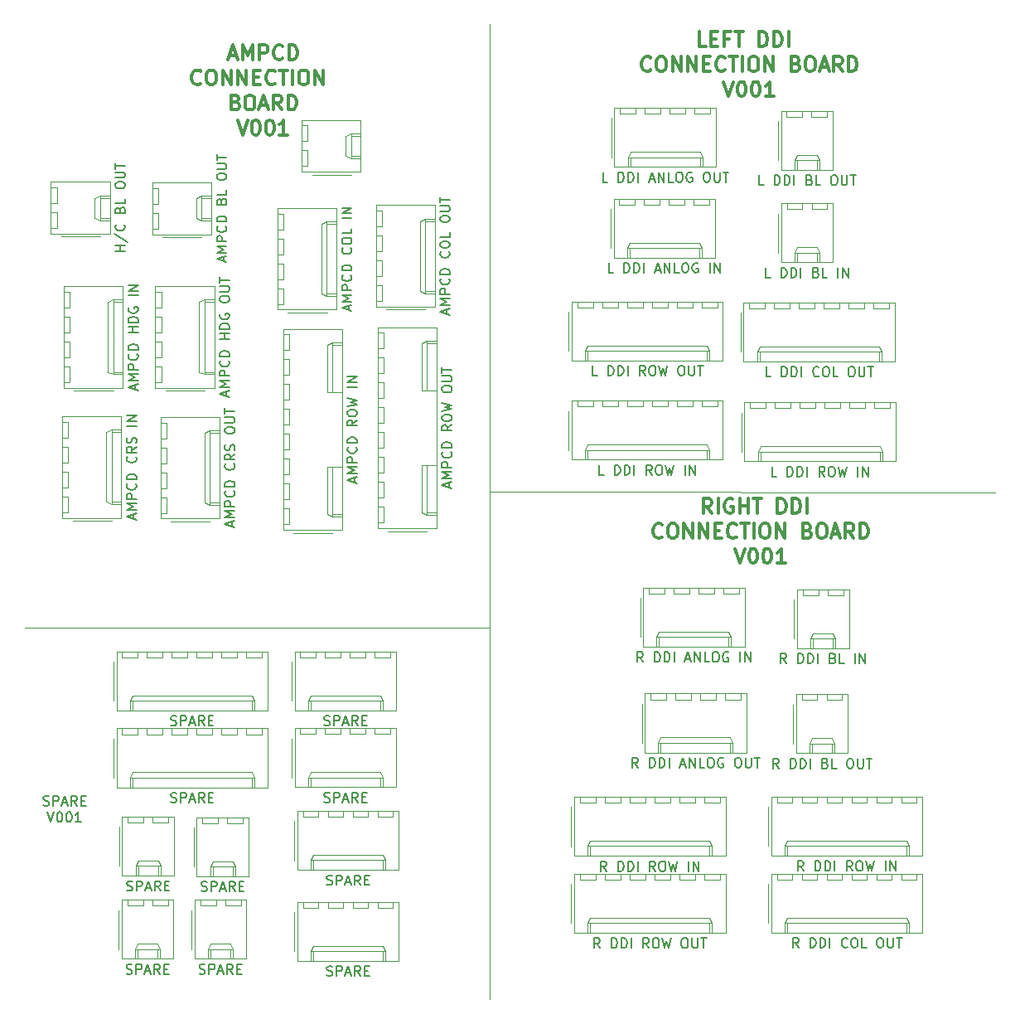
<source format=gbr>
G04 #@! TF.GenerationSoftware,KiCad,Pcbnew,(5.1.5-0-10_14)*
G04 #@! TF.CreationDate,2021-11-28T14:11:59+10:00*
G04 #@! TF.ProjectId,OH - General Purpose Small PCB,4f48202d-2047-4656-9e65-72616c205075,rev?*
G04 #@! TF.SameCoordinates,Original*
G04 #@! TF.FileFunction,Legend,Top*
G04 #@! TF.FilePolarity,Positive*
%FSLAX46Y46*%
G04 Gerber Fmt 4.6, Leading zero omitted, Abs format (unit mm)*
G04 Created by KiCad (PCBNEW (5.1.5-0-10_14)) date 2021-11-28 14:11:59*
%MOMM*%
%LPD*%
G04 APERTURE LIST*
%ADD10C,0.150000*%
%ADD11C,0.300000*%
%ADD12C,0.120000*%
G04 APERTURE END LIST*
D10*
X40822833Y-120547261D02*
X40965690Y-120594880D01*
X41203785Y-120594880D01*
X41299023Y-120547261D01*
X41346642Y-120499642D01*
X41394261Y-120404404D01*
X41394261Y-120309166D01*
X41346642Y-120213928D01*
X41299023Y-120166309D01*
X41203785Y-120118690D01*
X41013309Y-120071071D01*
X40918071Y-120023452D01*
X40870452Y-119975833D01*
X40822833Y-119880595D01*
X40822833Y-119785357D01*
X40870452Y-119690119D01*
X40918071Y-119642500D01*
X41013309Y-119594880D01*
X41251404Y-119594880D01*
X41394261Y-119642500D01*
X41822833Y-120594880D02*
X41822833Y-119594880D01*
X42203785Y-119594880D01*
X42299023Y-119642500D01*
X42346642Y-119690119D01*
X42394261Y-119785357D01*
X42394261Y-119928214D01*
X42346642Y-120023452D01*
X42299023Y-120071071D01*
X42203785Y-120118690D01*
X41822833Y-120118690D01*
X42775214Y-120309166D02*
X43251404Y-120309166D01*
X42679976Y-120594880D02*
X43013309Y-119594880D01*
X43346642Y-120594880D01*
X44251404Y-120594880D02*
X43918071Y-120118690D01*
X43679976Y-120594880D02*
X43679976Y-119594880D01*
X44060928Y-119594880D01*
X44156166Y-119642500D01*
X44203785Y-119690119D01*
X44251404Y-119785357D01*
X44251404Y-119928214D01*
X44203785Y-120023452D01*
X44156166Y-120071071D01*
X44060928Y-120118690D01*
X43679976Y-120118690D01*
X44679976Y-120071071D02*
X45013309Y-120071071D01*
X45156166Y-120594880D02*
X44679976Y-120594880D01*
X44679976Y-119594880D01*
X45156166Y-119594880D01*
X41227595Y-121244880D02*
X41560928Y-122244880D01*
X41894261Y-121244880D01*
X42418071Y-121244880D02*
X42513309Y-121244880D01*
X42608547Y-121292500D01*
X42656166Y-121340119D01*
X42703785Y-121435357D01*
X42751404Y-121625833D01*
X42751404Y-121863928D01*
X42703785Y-122054404D01*
X42656166Y-122149642D01*
X42608547Y-122197261D01*
X42513309Y-122244880D01*
X42418071Y-122244880D01*
X42322833Y-122197261D01*
X42275214Y-122149642D01*
X42227595Y-122054404D01*
X42179976Y-121863928D01*
X42179976Y-121625833D01*
X42227595Y-121435357D01*
X42275214Y-121340119D01*
X42322833Y-121292500D01*
X42418071Y-121244880D01*
X43370452Y-121244880D02*
X43465690Y-121244880D01*
X43560928Y-121292500D01*
X43608547Y-121340119D01*
X43656166Y-121435357D01*
X43703785Y-121625833D01*
X43703785Y-121863928D01*
X43656166Y-122054404D01*
X43608547Y-122149642D01*
X43560928Y-122197261D01*
X43465690Y-122244880D01*
X43370452Y-122244880D01*
X43275214Y-122197261D01*
X43227595Y-122149642D01*
X43179976Y-122054404D01*
X43132357Y-121863928D01*
X43132357Y-121625833D01*
X43179976Y-121435357D01*
X43227595Y-121340119D01*
X43275214Y-121292500D01*
X43370452Y-121244880D01*
X44656166Y-122244880D02*
X44084738Y-122244880D01*
X44370452Y-122244880D02*
X44370452Y-121244880D01*
X44275214Y-121387738D01*
X44179976Y-121482976D01*
X44084738Y-121530595D01*
D11*
X59835714Y-44005000D02*
X60550000Y-44005000D01*
X59692857Y-44433571D02*
X60192857Y-42933571D01*
X60692857Y-44433571D01*
X61192857Y-44433571D02*
X61192857Y-42933571D01*
X61692857Y-44005000D01*
X62192857Y-42933571D01*
X62192857Y-44433571D01*
X62907142Y-44433571D02*
X62907142Y-42933571D01*
X63478571Y-42933571D01*
X63621428Y-43005000D01*
X63692857Y-43076428D01*
X63764285Y-43219285D01*
X63764285Y-43433571D01*
X63692857Y-43576428D01*
X63621428Y-43647857D01*
X63478571Y-43719285D01*
X62907142Y-43719285D01*
X65264285Y-44290714D02*
X65192857Y-44362142D01*
X64978571Y-44433571D01*
X64835714Y-44433571D01*
X64621428Y-44362142D01*
X64478571Y-44219285D01*
X64407142Y-44076428D01*
X64335714Y-43790714D01*
X64335714Y-43576428D01*
X64407142Y-43290714D01*
X64478571Y-43147857D01*
X64621428Y-43005000D01*
X64835714Y-42933571D01*
X64978571Y-42933571D01*
X65192857Y-43005000D01*
X65264285Y-43076428D01*
X65907142Y-44433571D02*
X65907142Y-42933571D01*
X66264285Y-42933571D01*
X66478571Y-43005000D01*
X66621428Y-43147857D01*
X66692857Y-43290714D01*
X66764285Y-43576428D01*
X66764285Y-43790714D01*
X66692857Y-44076428D01*
X66621428Y-44219285D01*
X66478571Y-44362142D01*
X66264285Y-44433571D01*
X65907142Y-44433571D01*
X56907142Y-46840714D02*
X56835714Y-46912142D01*
X56621428Y-46983571D01*
X56478571Y-46983571D01*
X56264285Y-46912142D01*
X56121428Y-46769285D01*
X56050000Y-46626428D01*
X55978571Y-46340714D01*
X55978571Y-46126428D01*
X56050000Y-45840714D01*
X56121428Y-45697857D01*
X56264285Y-45555000D01*
X56478571Y-45483571D01*
X56621428Y-45483571D01*
X56835714Y-45555000D01*
X56907142Y-45626428D01*
X57835714Y-45483571D02*
X58121428Y-45483571D01*
X58264285Y-45555000D01*
X58407142Y-45697857D01*
X58478571Y-45983571D01*
X58478571Y-46483571D01*
X58407142Y-46769285D01*
X58264285Y-46912142D01*
X58121428Y-46983571D01*
X57835714Y-46983571D01*
X57692857Y-46912142D01*
X57550000Y-46769285D01*
X57478571Y-46483571D01*
X57478571Y-45983571D01*
X57550000Y-45697857D01*
X57692857Y-45555000D01*
X57835714Y-45483571D01*
X59121428Y-46983571D02*
X59121428Y-45483571D01*
X59978571Y-46983571D01*
X59978571Y-45483571D01*
X60692857Y-46983571D02*
X60692857Y-45483571D01*
X61550000Y-46983571D01*
X61550000Y-45483571D01*
X62264285Y-46197857D02*
X62764285Y-46197857D01*
X62978571Y-46983571D02*
X62264285Y-46983571D01*
X62264285Y-45483571D01*
X62978571Y-45483571D01*
X64478571Y-46840714D02*
X64407142Y-46912142D01*
X64192857Y-46983571D01*
X64050000Y-46983571D01*
X63835714Y-46912142D01*
X63692857Y-46769285D01*
X63621428Y-46626428D01*
X63550000Y-46340714D01*
X63550000Y-46126428D01*
X63621428Y-45840714D01*
X63692857Y-45697857D01*
X63835714Y-45555000D01*
X64050000Y-45483571D01*
X64192857Y-45483571D01*
X64407142Y-45555000D01*
X64478571Y-45626428D01*
X64907142Y-45483571D02*
X65764285Y-45483571D01*
X65335714Y-46983571D02*
X65335714Y-45483571D01*
X66264285Y-46983571D02*
X66264285Y-45483571D01*
X67264285Y-45483571D02*
X67550000Y-45483571D01*
X67692857Y-45555000D01*
X67835714Y-45697857D01*
X67907142Y-45983571D01*
X67907142Y-46483571D01*
X67835714Y-46769285D01*
X67692857Y-46912142D01*
X67550000Y-46983571D01*
X67264285Y-46983571D01*
X67121428Y-46912142D01*
X66978571Y-46769285D01*
X66907142Y-46483571D01*
X66907142Y-45983571D01*
X66978571Y-45697857D01*
X67121428Y-45555000D01*
X67264285Y-45483571D01*
X68550000Y-46983571D02*
X68550000Y-45483571D01*
X69407142Y-46983571D01*
X69407142Y-45483571D01*
X60478571Y-48747857D02*
X60692857Y-48819285D01*
X60764285Y-48890714D01*
X60835714Y-49033571D01*
X60835714Y-49247857D01*
X60764285Y-49390714D01*
X60692857Y-49462142D01*
X60550000Y-49533571D01*
X59978571Y-49533571D01*
X59978571Y-48033571D01*
X60478571Y-48033571D01*
X60621428Y-48105000D01*
X60692857Y-48176428D01*
X60764285Y-48319285D01*
X60764285Y-48462142D01*
X60692857Y-48605000D01*
X60621428Y-48676428D01*
X60478571Y-48747857D01*
X59978571Y-48747857D01*
X61764285Y-48033571D02*
X62050000Y-48033571D01*
X62192857Y-48105000D01*
X62335714Y-48247857D01*
X62407142Y-48533571D01*
X62407142Y-49033571D01*
X62335714Y-49319285D01*
X62192857Y-49462142D01*
X62050000Y-49533571D01*
X61764285Y-49533571D01*
X61621428Y-49462142D01*
X61478571Y-49319285D01*
X61407142Y-49033571D01*
X61407142Y-48533571D01*
X61478571Y-48247857D01*
X61621428Y-48105000D01*
X61764285Y-48033571D01*
X62978571Y-49105000D02*
X63692857Y-49105000D01*
X62835714Y-49533571D02*
X63335714Y-48033571D01*
X63835714Y-49533571D01*
X65192857Y-49533571D02*
X64692857Y-48819285D01*
X64335714Y-49533571D02*
X64335714Y-48033571D01*
X64907142Y-48033571D01*
X65050000Y-48105000D01*
X65121428Y-48176428D01*
X65192857Y-48319285D01*
X65192857Y-48533571D01*
X65121428Y-48676428D01*
X65050000Y-48747857D01*
X64907142Y-48819285D01*
X64335714Y-48819285D01*
X65835714Y-49533571D02*
X65835714Y-48033571D01*
X66192857Y-48033571D01*
X66407142Y-48105000D01*
X66550000Y-48247857D01*
X66621428Y-48390714D01*
X66692857Y-48676428D01*
X66692857Y-48890714D01*
X66621428Y-49176428D01*
X66550000Y-49319285D01*
X66407142Y-49462142D01*
X66192857Y-49533571D01*
X65835714Y-49533571D01*
X60657142Y-50583571D02*
X61157142Y-52083571D01*
X61657142Y-50583571D01*
X62442857Y-50583571D02*
X62585714Y-50583571D01*
X62728571Y-50655000D01*
X62800000Y-50726428D01*
X62871428Y-50869285D01*
X62942857Y-51155000D01*
X62942857Y-51512142D01*
X62871428Y-51797857D01*
X62800000Y-51940714D01*
X62728571Y-52012142D01*
X62585714Y-52083571D01*
X62442857Y-52083571D01*
X62300000Y-52012142D01*
X62228571Y-51940714D01*
X62157142Y-51797857D01*
X62085714Y-51512142D01*
X62085714Y-51155000D01*
X62157142Y-50869285D01*
X62228571Y-50726428D01*
X62300000Y-50655000D01*
X62442857Y-50583571D01*
X63871428Y-50583571D02*
X64014285Y-50583571D01*
X64157142Y-50655000D01*
X64228571Y-50726428D01*
X64300000Y-50869285D01*
X64371428Y-51155000D01*
X64371428Y-51512142D01*
X64300000Y-51797857D01*
X64228571Y-51940714D01*
X64157142Y-52012142D01*
X64014285Y-52083571D01*
X63871428Y-52083571D01*
X63728571Y-52012142D01*
X63657142Y-51940714D01*
X63585714Y-51797857D01*
X63514285Y-51512142D01*
X63514285Y-51155000D01*
X63585714Y-50869285D01*
X63657142Y-50726428D01*
X63728571Y-50655000D01*
X63871428Y-50583571D01*
X65800000Y-52083571D02*
X64942857Y-52083571D01*
X65371428Y-52083571D02*
X65371428Y-50583571D01*
X65228571Y-50797857D01*
X65085714Y-50940714D01*
X64942857Y-51012142D01*
X109120000Y-90738571D02*
X108620000Y-90024285D01*
X108262857Y-90738571D02*
X108262857Y-89238571D01*
X108834285Y-89238571D01*
X108977142Y-89310000D01*
X109048571Y-89381428D01*
X109120000Y-89524285D01*
X109120000Y-89738571D01*
X109048571Y-89881428D01*
X108977142Y-89952857D01*
X108834285Y-90024285D01*
X108262857Y-90024285D01*
X109762857Y-90738571D02*
X109762857Y-89238571D01*
X111262857Y-89310000D02*
X111120000Y-89238571D01*
X110905714Y-89238571D01*
X110691428Y-89310000D01*
X110548571Y-89452857D01*
X110477142Y-89595714D01*
X110405714Y-89881428D01*
X110405714Y-90095714D01*
X110477142Y-90381428D01*
X110548571Y-90524285D01*
X110691428Y-90667142D01*
X110905714Y-90738571D01*
X111048571Y-90738571D01*
X111262857Y-90667142D01*
X111334285Y-90595714D01*
X111334285Y-90095714D01*
X111048571Y-90095714D01*
X111977142Y-90738571D02*
X111977142Y-89238571D01*
X111977142Y-89952857D02*
X112834285Y-89952857D01*
X112834285Y-90738571D02*
X112834285Y-89238571D01*
X113334285Y-89238571D02*
X114191428Y-89238571D01*
X113762857Y-90738571D02*
X113762857Y-89238571D01*
X115834285Y-90738571D02*
X115834285Y-89238571D01*
X116191428Y-89238571D01*
X116405714Y-89310000D01*
X116548571Y-89452857D01*
X116620000Y-89595714D01*
X116691428Y-89881428D01*
X116691428Y-90095714D01*
X116620000Y-90381428D01*
X116548571Y-90524285D01*
X116405714Y-90667142D01*
X116191428Y-90738571D01*
X115834285Y-90738571D01*
X117334285Y-90738571D02*
X117334285Y-89238571D01*
X117691428Y-89238571D01*
X117905714Y-89310000D01*
X118048571Y-89452857D01*
X118120000Y-89595714D01*
X118191428Y-89881428D01*
X118191428Y-90095714D01*
X118120000Y-90381428D01*
X118048571Y-90524285D01*
X117905714Y-90667142D01*
X117691428Y-90738571D01*
X117334285Y-90738571D01*
X118834285Y-90738571D02*
X118834285Y-89238571D01*
X104048571Y-93145714D02*
X103977142Y-93217142D01*
X103762857Y-93288571D01*
X103620000Y-93288571D01*
X103405714Y-93217142D01*
X103262857Y-93074285D01*
X103191428Y-92931428D01*
X103120000Y-92645714D01*
X103120000Y-92431428D01*
X103191428Y-92145714D01*
X103262857Y-92002857D01*
X103405714Y-91860000D01*
X103620000Y-91788571D01*
X103762857Y-91788571D01*
X103977142Y-91860000D01*
X104048571Y-91931428D01*
X104977142Y-91788571D02*
X105262857Y-91788571D01*
X105405714Y-91860000D01*
X105548571Y-92002857D01*
X105620000Y-92288571D01*
X105620000Y-92788571D01*
X105548571Y-93074285D01*
X105405714Y-93217142D01*
X105262857Y-93288571D01*
X104977142Y-93288571D01*
X104834285Y-93217142D01*
X104691428Y-93074285D01*
X104620000Y-92788571D01*
X104620000Y-92288571D01*
X104691428Y-92002857D01*
X104834285Y-91860000D01*
X104977142Y-91788571D01*
X106262857Y-93288571D02*
X106262857Y-91788571D01*
X107120000Y-93288571D01*
X107120000Y-91788571D01*
X107834285Y-93288571D02*
X107834285Y-91788571D01*
X108691428Y-93288571D01*
X108691428Y-91788571D01*
X109405714Y-92502857D02*
X109905714Y-92502857D01*
X110120000Y-93288571D02*
X109405714Y-93288571D01*
X109405714Y-91788571D01*
X110120000Y-91788571D01*
X111620000Y-93145714D02*
X111548571Y-93217142D01*
X111334285Y-93288571D01*
X111191428Y-93288571D01*
X110977142Y-93217142D01*
X110834285Y-93074285D01*
X110762857Y-92931428D01*
X110691428Y-92645714D01*
X110691428Y-92431428D01*
X110762857Y-92145714D01*
X110834285Y-92002857D01*
X110977142Y-91860000D01*
X111191428Y-91788571D01*
X111334285Y-91788571D01*
X111548571Y-91860000D01*
X111620000Y-91931428D01*
X112048571Y-91788571D02*
X112905714Y-91788571D01*
X112477142Y-93288571D02*
X112477142Y-91788571D01*
X113405714Y-93288571D02*
X113405714Y-91788571D01*
X114405714Y-91788571D02*
X114691428Y-91788571D01*
X114834285Y-91860000D01*
X114977142Y-92002857D01*
X115048571Y-92288571D01*
X115048571Y-92788571D01*
X114977142Y-93074285D01*
X114834285Y-93217142D01*
X114691428Y-93288571D01*
X114405714Y-93288571D01*
X114262857Y-93217142D01*
X114120000Y-93074285D01*
X114048571Y-92788571D01*
X114048571Y-92288571D01*
X114120000Y-92002857D01*
X114262857Y-91860000D01*
X114405714Y-91788571D01*
X115691428Y-93288571D02*
X115691428Y-91788571D01*
X116548571Y-93288571D01*
X116548571Y-91788571D01*
X118905714Y-92502857D02*
X119120000Y-92574285D01*
X119191428Y-92645714D01*
X119262857Y-92788571D01*
X119262857Y-93002857D01*
X119191428Y-93145714D01*
X119120000Y-93217142D01*
X118977142Y-93288571D01*
X118405714Y-93288571D01*
X118405714Y-91788571D01*
X118905714Y-91788571D01*
X119048571Y-91860000D01*
X119120000Y-91931428D01*
X119191428Y-92074285D01*
X119191428Y-92217142D01*
X119120000Y-92360000D01*
X119048571Y-92431428D01*
X118905714Y-92502857D01*
X118405714Y-92502857D01*
X120191428Y-91788571D02*
X120477142Y-91788571D01*
X120620000Y-91860000D01*
X120762857Y-92002857D01*
X120834285Y-92288571D01*
X120834285Y-92788571D01*
X120762857Y-93074285D01*
X120620000Y-93217142D01*
X120477142Y-93288571D01*
X120191428Y-93288571D01*
X120048571Y-93217142D01*
X119905714Y-93074285D01*
X119834285Y-92788571D01*
X119834285Y-92288571D01*
X119905714Y-92002857D01*
X120048571Y-91860000D01*
X120191428Y-91788571D01*
X121405714Y-92860000D02*
X122120000Y-92860000D01*
X121262857Y-93288571D02*
X121762857Y-91788571D01*
X122262857Y-93288571D01*
X123620000Y-93288571D02*
X123120000Y-92574285D01*
X122762857Y-93288571D02*
X122762857Y-91788571D01*
X123334285Y-91788571D01*
X123477142Y-91860000D01*
X123548571Y-91931428D01*
X123620000Y-92074285D01*
X123620000Y-92288571D01*
X123548571Y-92431428D01*
X123477142Y-92502857D01*
X123334285Y-92574285D01*
X122762857Y-92574285D01*
X124262857Y-93288571D02*
X124262857Y-91788571D01*
X124620000Y-91788571D01*
X124834285Y-91860000D01*
X124977142Y-92002857D01*
X125048571Y-92145714D01*
X125120000Y-92431428D01*
X125120000Y-92645714D01*
X125048571Y-92931428D01*
X124977142Y-93074285D01*
X124834285Y-93217142D01*
X124620000Y-93288571D01*
X124262857Y-93288571D01*
X111477142Y-94338571D02*
X111977142Y-95838571D01*
X112477142Y-94338571D01*
X113262857Y-94338571D02*
X113405714Y-94338571D01*
X113548571Y-94410000D01*
X113620000Y-94481428D01*
X113691428Y-94624285D01*
X113762857Y-94910000D01*
X113762857Y-95267142D01*
X113691428Y-95552857D01*
X113620000Y-95695714D01*
X113548571Y-95767142D01*
X113405714Y-95838571D01*
X113262857Y-95838571D01*
X113120000Y-95767142D01*
X113048571Y-95695714D01*
X112977142Y-95552857D01*
X112905714Y-95267142D01*
X112905714Y-94910000D01*
X112977142Y-94624285D01*
X113048571Y-94481428D01*
X113120000Y-94410000D01*
X113262857Y-94338571D01*
X114691428Y-94338571D02*
X114834285Y-94338571D01*
X114977142Y-94410000D01*
X115048571Y-94481428D01*
X115120000Y-94624285D01*
X115191428Y-94910000D01*
X115191428Y-95267142D01*
X115120000Y-95552857D01*
X115048571Y-95695714D01*
X114977142Y-95767142D01*
X114834285Y-95838571D01*
X114691428Y-95838571D01*
X114548571Y-95767142D01*
X114477142Y-95695714D01*
X114405714Y-95552857D01*
X114334285Y-95267142D01*
X114334285Y-94910000D01*
X114405714Y-94624285D01*
X114477142Y-94481428D01*
X114548571Y-94410000D01*
X114691428Y-94338571D01*
X116620000Y-95838571D02*
X115762857Y-95838571D01*
X116191428Y-95838571D02*
X116191428Y-94338571D01*
X116048571Y-94552857D01*
X115905714Y-94695714D01*
X115762857Y-94767142D01*
X108521428Y-43068571D02*
X107807142Y-43068571D01*
X107807142Y-41568571D01*
X109021428Y-42282857D02*
X109521428Y-42282857D01*
X109735714Y-43068571D02*
X109021428Y-43068571D01*
X109021428Y-41568571D01*
X109735714Y-41568571D01*
X110878571Y-42282857D02*
X110378571Y-42282857D01*
X110378571Y-43068571D02*
X110378571Y-41568571D01*
X111092857Y-41568571D01*
X111450000Y-41568571D02*
X112307142Y-41568571D01*
X111878571Y-43068571D02*
X111878571Y-41568571D01*
X113950000Y-43068571D02*
X113950000Y-41568571D01*
X114307142Y-41568571D01*
X114521428Y-41640000D01*
X114664285Y-41782857D01*
X114735714Y-41925714D01*
X114807142Y-42211428D01*
X114807142Y-42425714D01*
X114735714Y-42711428D01*
X114664285Y-42854285D01*
X114521428Y-42997142D01*
X114307142Y-43068571D01*
X113950000Y-43068571D01*
X115450000Y-43068571D02*
X115450000Y-41568571D01*
X115807142Y-41568571D01*
X116021428Y-41640000D01*
X116164285Y-41782857D01*
X116235714Y-41925714D01*
X116307142Y-42211428D01*
X116307142Y-42425714D01*
X116235714Y-42711428D01*
X116164285Y-42854285D01*
X116021428Y-42997142D01*
X115807142Y-43068571D01*
X115450000Y-43068571D01*
X116950000Y-43068571D02*
X116950000Y-41568571D01*
X102878571Y-45475714D02*
X102807142Y-45547142D01*
X102592857Y-45618571D01*
X102450000Y-45618571D01*
X102235714Y-45547142D01*
X102092857Y-45404285D01*
X102021428Y-45261428D01*
X101950000Y-44975714D01*
X101950000Y-44761428D01*
X102021428Y-44475714D01*
X102092857Y-44332857D01*
X102235714Y-44190000D01*
X102450000Y-44118571D01*
X102592857Y-44118571D01*
X102807142Y-44190000D01*
X102878571Y-44261428D01*
X103807142Y-44118571D02*
X104092857Y-44118571D01*
X104235714Y-44190000D01*
X104378571Y-44332857D01*
X104450000Y-44618571D01*
X104450000Y-45118571D01*
X104378571Y-45404285D01*
X104235714Y-45547142D01*
X104092857Y-45618571D01*
X103807142Y-45618571D01*
X103664285Y-45547142D01*
X103521428Y-45404285D01*
X103450000Y-45118571D01*
X103450000Y-44618571D01*
X103521428Y-44332857D01*
X103664285Y-44190000D01*
X103807142Y-44118571D01*
X105092857Y-45618571D02*
X105092857Y-44118571D01*
X105950000Y-45618571D01*
X105950000Y-44118571D01*
X106664285Y-45618571D02*
X106664285Y-44118571D01*
X107521428Y-45618571D01*
X107521428Y-44118571D01*
X108235714Y-44832857D02*
X108735714Y-44832857D01*
X108950000Y-45618571D02*
X108235714Y-45618571D01*
X108235714Y-44118571D01*
X108950000Y-44118571D01*
X110450000Y-45475714D02*
X110378571Y-45547142D01*
X110164285Y-45618571D01*
X110021428Y-45618571D01*
X109807142Y-45547142D01*
X109664285Y-45404285D01*
X109592857Y-45261428D01*
X109521428Y-44975714D01*
X109521428Y-44761428D01*
X109592857Y-44475714D01*
X109664285Y-44332857D01*
X109807142Y-44190000D01*
X110021428Y-44118571D01*
X110164285Y-44118571D01*
X110378571Y-44190000D01*
X110450000Y-44261428D01*
X110878571Y-44118571D02*
X111735714Y-44118571D01*
X111307142Y-45618571D02*
X111307142Y-44118571D01*
X112235714Y-45618571D02*
X112235714Y-44118571D01*
X113235714Y-44118571D02*
X113521428Y-44118571D01*
X113664285Y-44190000D01*
X113807142Y-44332857D01*
X113878571Y-44618571D01*
X113878571Y-45118571D01*
X113807142Y-45404285D01*
X113664285Y-45547142D01*
X113521428Y-45618571D01*
X113235714Y-45618571D01*
X113092857Y-45547142D01*
X112950000Y-45404285D01*
X112878571Y-45118571D01*
X112878571Y-44618571D01*
X112950000Y-44332857D01*
X113092857Y-44190000D01*
X113235714Y-44118571D01*
X114521428Y-45618571D02*
X114521428Y-44118571D01*
X115378571Y-45618571D01*
X115378571Y-44118571D01*
X117735714Y-44832857D02*
X117950000Y-44904285D01*
X118021428Y-44975714D01*
X118092857Y-45118571D01*
X118092857Y-45332857D01*
X118021428Y-45475714D01*
X117950000Y-45547142D01*
X117807142Y-45618571D01*
X117235714Y-45618571D01*
X117235714Y-44118571D01*
X117735714Y-44118571D01*
X117878571Y-44190000D01*
X117950000Y-44261428D01*
X118021428Y-44404285D01*
X118021428Y-44547142D01*
X117950000Y-44690000D01*
X117878571Y-44761428D01*
X117735714Y-44832857D01*
X117235714Y-44832857D01*
X119021428Y-44118571D02*
X119307142Y-44118571D01*
X119450000Y-44190000D01*
X119592857Y-44332857D01*
X119664285Y-44618571D01*
X119664285Y-45118571D01*
X119592857Y-45404285D01*
X119450000Y-45547142D01*
X119307142Y-45618571D01*
X119021428Y-45618571D01*
X118878571Y-45547142D01*
X118735714Y-45404285D01*
X118664285Y-45118571D01*
X118664285Y-44618571D01*
X118735714Y-44332857D01*
X118878571Y-44190000D01*
X119021428Y-44118571D01*
X120235714Y-45190000D02*
X120950000Y-45190000D01*
X120092857Y-45618571D02*
X120592857Y-44118571D01*
X121092857Y-45618571D01*
X122450000Y-45618571D02*
X121950000Y-44904285D01*
X121592857Y-45618571D02*
X121592857Y-44118571D01*
X122164285Y-44118571D01*
X122307142Y-44190000D01*
X122378571Y-44261428D01*
X122450000Y-44404285D01*
X122450000Y-44618571D01*
X122378571Y-44761428D01*
X122307142Y-44832857D01*
X122164285Y-44904285D01*
X121592857Y-44904285D01*
X123092857Y-45618571D02*
X123092857Y-44118571D01*
X123450000Y-44118571D01*
X123664285Y-44190000D01*
X123807142Y-44332857D01*
X123878571Y-44475714D01*
X123950000Y-44761428D01*
X123950000Y-44975714D01*
X123878571Y-45261428D01*
X123807142Y-45404285D01*
X123664285Y-45547142D01*
X123450000Y-45618571D01*
X123092857Y-45618571D01*
X110307142Y-46668571D02*
X110807142Y-48168571D01*
X111307142Y-46668571D01*
X112092857Y-46668571D02*
X112235714Y-46668571D01*
X112378571Y-46740000D01*
X112450000Y-46811428D01*
X112521428Y-46954285D01*
X112592857Y-47240000D01*
X112592857Y-47597142D01*
X112521428Y-47882857D01*
X112450000Y-48025714D01*
X112378571Y-48097142D01*
X112235714Y-48168571D01*
X112092857Y-48168571D01*
X111950000Y-48097142D01*
X111878571Y-48025714D01*
X111807142Y-47882857D01*
X111735714Y-47597142D01*
X111735714Y-47240000D01*
X111807142Y-46954285D01*
X111878571Y-46811428D01*
X111950000Y-46740000D01*
X112092857Y-46668571D01*
X113521428Y-46668571D02*
X113664285Y-46668571D01*
X113807142Y-46740000D01*
X113878571Y-46811428D01*
X113950000Y-46954285D01*
X114021428Y-47240000D01*
X114021428Y-47597142D01*
X113950000Y-47882857D01*
X113878571Y-48025714D01*
X113807142Y-48097142D01*
X113664285Y-48168571D01*
X113521428Y-48168571D01*
X113378571Y-48097142D01*
X113307142Y-48025714D01*
X113235714Y-47882857D01*
X113164285Y-47597142D01*
X113164285Y-47240000D01*
X113235714Y-46954285D01*
X113307142Y-46811428D01*
X113378571Y-46740000D01*
X113521428Y-46668571D01*
X115450000Y-48168571D02*
X114592857Y-48168571D01*
X115021428Y-48168571D02*
X115021428Y-46668571D01*
X114878571Y-46882857D01*
X114735714Y-47025714D01*
X114592857Y-47097142D01*
D12*
X86430000Y-88560000D02*
X138040000Y-88580000D01*
X86423500Y-102425500D02*
X38920000Y-102425500D01*
X86420000Y-40820000D02*
X86423500Y-140335000D01*
X48860000Y-121720000D02*
X48860000Y-127740000D01*
X48860000Y-127740000D02*
X54160000Y-127740000D01*
X54160000Y-127740000D02*
X54160000Y-121720000D01*
X54160000Y-121720000D02*
X48860000Y-121720000D01*
X48570000Y-122750000D02*
X48570000Y-126750000D01*
X50240000Y-127740000D02*
X50240000Y-126740000D01*
X50240000Y-126740000D02*
X52780000Y-126740000D01*
X52780000Y-126740000D02*
X52780000Y-127740000D01*
X50240000Y-126740000D02*
X50490000Y-126210000D01*
X50490000Y-126210000D02*
X52530000Y-126210000D01*
X52530000Y-126210000D02*
X52780000Y-126740000D01*
X50490000Y-127740000D02*
X50490000Y-126740000D01*
X52530000Y-127740000D02*
X52530000Y-126740000D01*
X49440000Y-121720000D02*
X49440000Y-122320000D01*
X49440000Y-122320000D02*
X51040000Y-122320000D01*
X51040000Y-122320000D02*
X51040000Y-121720000D01*
X51980000Y-121720000D02*
X51980000Y-122320000D01*
X51980000Y-122320000D02*
X53580000Y-122320000D01*
X53580000Y-122320000D02*
X53580000Y-121720000D01*
X48810000Y-130220000D02*
X48810000Y-136240000D01*
X48810000Y-136240000D02*
X54110000Y-136240000D01*
X54110000Y-136240000D02*
X54110000Y-130220000D01*
X54110000Y-130220000D02*
X48810000Y-130220000D01*
X48520000Y-131250000D02*
X48520000Y-135250000D01*
X50190000Y-136240000D02*
X50190000Y-135240000D01*
X50190000Y-135240000D02*
X52730000Y-135240000D01*
X52730000Y-135240000D02*
X52730000Y-136240000D01*
X50190000Y-135240000D02*
X50440000Y-134710000D01*
X50440000Y-134710000D02*
X52480000Y-134710000D01*
X52480000Y-134710000D02*
X52730000Y-135240000D01*
X50440000Y-136240000D02*
X50440000Y-135240000D01*
X52480000Y-136240000D02*
X52480000Y-135240000D01*
X49390000Y-130220000D02*
X49390000Y-130820000D01*
X49390000Y-130820000D02*
X50990000Y-130820000D01*
X50990000Y-130820000D02*
X50990000Y-130220000D01*
X51930000Y-130220000D02*
X51930000Y-130820000D01*
X51930000Y-130820000D02*
X53530000Y-130820000D01*
X53530000Y-130820000D02*
X53530000Y-130220000D01*
X48280000Y-112700000D02*
X48280000Y-118720000D01*
X48280000Y-118720000D02*
X63740000Y-118720000D01*
X63740000Y-118720000D02*
X63740000Y-112700000D01*
X63740000Y-112700000D02*
X48280000Y-112700000D01*
X47990000Y-113730000D02*
X47990000Y-117730000D01*
X49660000Y-118720000D02*
X49660000Y-117720000D01*
X49660000Y-117720000D02*
X62360000Y-117720000D01*
X62360000Y-117720000D02*
X62360000Y-118720000D01*
X49660000Y-117720000D02*
X49910000Y-117190000D01*
X49910000Y-117190000D02*
X62110000Y-117190000D01*
X62110000Y-117190000D02*
X62360000Y-117720000D01*
X49910000Y-118720000D02*
X49910000Y-117720000D01*
X62110000Y-118720000D02*
X62110000Y-117720000D01*
X48860000Y-112700000D02*
X48860000Y-113300000D01*
X48860000Y-113300000D02*
X50460000Y-113300000D01*
X50460000Y-113300000D02*
X50460000Y-112700000D01*
X51400000Y-112700000D02*
X51400000Y-113300000D01*
X51400000Y-113300000D02*
X53000000Y-113300000D01*
X53000000Y-113300000D02*
X53000000Y-112700000D01*
X53940000Y-112700000D02*
X53940000Y-113300000D01*
X53940000Y-113300000D02*
X55540000Y-113300000D01*
X55540000Y-113300000D02*
X55540000Y-112700000D01*
X56480000Y-112700000D02*
X56480000Y-113300000D01*
X56480000Y-113300000D02*
X58080000Y-113300000D01*
X58080000Y-113300000D02*
X58080000Y-112700000D01*
X59020000Y-112700000D02*
X59020000Y-113300000D01*
X59020000Y-113300000D02*
X60620000Y-113300000D01*
X60620000Y-113300000D02*
X60620000Y-112700000D01*
X61560000Y-112700000D02*
X61560000Y-113300000D01*
X61560000Y-113300000D02*
X63160000Y-113300000D01*
X63160000Y-113300000D02*
X63160000Y-112700000D01*
X66750000Y-121140000D02*
X66750000Y-127160000D01*
X66750000Y-127160000D02*
X77130000Y-127160000D01*
X77130000Y-127160000D02*
X77130000Y-121140000D01*
X77130000Y-121140000D02*
X66750000Y-121140000D01*
X66460000Y-122170000D02*
X66460000Y-126170000D01*
X68130000Y-127160000D02*
X68130000Y-126160000D01*
X68130000Y-126160000D02*
X75750000Y-126160000D01*
X75750000Y-126160000D02*
X75750000Y-127160000D01*
X68130000Y-126160000D02*
X68380000Y-125630000D01*
X68380000Y-125630000D02*
X75500000Y-125630000D01*
X75500000Y-125630000D02*
X75750000Y-126160000D01*
X68380000Y-127160000D02*
X68380000Y-126160000D01*
X75500000Y-127160000D02*
X75500000Y-126160000D01*
X67330000Y-121140000D02*
X67330000Y-121740000D01*
X67330000Y-121740000D02*
X68930000Y-121740000D01*
X68930000Y-121740000D02*
X68930000Y-121140000D01*
X69870000Y-121140000D02*
X69870000Y-121740000D01*
X69870000Y-121740000D02*
X71470000Y-121740000D01*
X71470000Y-121740000D02*
X71470000Y-121140000D01*
X72410000Y-121140000D02*
X72410000Y-121740000D01*
X72410000Y-121740000D02*
X74010000Y-121740000D01*
X74010000Y-121740000D02*
X74010000Y-121140000D01*
X74950000Y-121140000D02*
X74950000Y-121740000D01*
X74950000Y-121740000D02*
X76550000Y-121740000D01*
X76550000Y-121740000D02*
X76550000Y-121140000D01*
X66490000Y-112690000D02*
X66490000Y-118710000D01*
X66490000Y-118710000D02*
X76870000Y-118710000D01*
X76870000Y-118710000D02*
X76870000Y-112690000D01*
X76870000Y-112690000D02*
X66490000Y-112690000D01*
X66200000Y-113720000D02*
X66200000Y-117720000D01*
X67870000Y-118710000D02*
X67870000Y-117710000D01*
X67870000Y-117710000D02*
X75490000Y-117710000D01*
X75490000Y-117710000D02*
X75490000Y-118710000D01*
X67870000Y-117710000D02*
X68120000Y-117180000D01*
X68120000Y-117180000D02*
X75240000Y-117180000D01*
X75240000Y-117180000D02*
X75490000Y-117710000D01*
X68120000Y-118710000D02*
X68120000Y-117710000D01*
X75240000Y-118710000D02*
X75240000Y-117710000D01*
X67070000Y-112690000D02*
X67070000Y-113290000D01*
X67070000Y-113290000D02*
X68670000Y-113290000D01*
X68670000Y-113290000D02*
X68670000Y-112690000D01*
X69610000Y-112690000D02*
X69610000Y-113290000D01*
X69610000Y-113290000D02*
X71210000Y-113290000D01*
X71210000Y-113290000D02*
X71210000Y-112690000D01*
X72150000Y-112690000D02*
X72150000Y-113290000D01*
X72150000Y-113290000D02*
X73750000Y-113290000D01*
X73750000Y-113290000D02*
X73750000Y-112690000D01*
X74690000Y-112690000D02*
X74690000Y-113290000D01*
X74690000Y-113290000D02*
X76290000Y-113290000D01*
X76290000Y-113290000D02*
X76290000Y-112690000D01*
X56470000Y-121770000D02*
X56470000Y-127790000D01*
X56470000Y-127790000D02*
X61770000Y-127790000D01*
X61770000Y-127790000D02*
X61770000Y-121770000D01*
X61770000Y-121770000D02*
X56470000Y-121770000D01*
X56180000Y-122800000D02*
X56180000Y-126800000D01*
X57850000Y-127790000D02*
X57850000Y-126790000D01*
X57850000Y-126790000D02*
X60390000Y-126790000D01*
X60390000Y-126790000D02*
X60390000Y-127790000D01*
X57850000Y-126790000D02*
X58100000Y-126260000D01*
X58100000Y-126260000D02*
X60140000Y-126260000D01*
X60140000Y-126260000D02*
X60390000Y-126790000D01*
X58100000Y-127790000D02*
X58100000Y-126790000D01*
X60140000Y-127790000D02*
X60140000Y-126790000D01*
X57050000Y-121770000D02*
X57050000Y-122370000D01*
X57050000Y-122370000D02*
X58650000Y-122370000D01*
X58650000Y-122370000D02*
X58650000Y-121770000D01*
X59590000Y-121770000D02*
X59590000Y-122370000D01*
X59590000Y-122370000D02*
X61190000Y-122370000D01*
X61190000Y-122370000D02*
X61190000Y-121770000D01*
X48280000Y-104850000D02*
X48280000Y-110870000D01*
X48280000Y-110870000D02*
X63740000Y-110870000D01*
X63740000Y-110870000D02*
X63740000Y-104850000D01*
X63740000Y-104850000D02*
X48280000Y-104850000D01*
X47990000Y-105880000D02*
X47990000Y-109880000D01*
X49660000Y-110870000D02*
X49660000Y-109870000D01*
X49660000Y-109870000D02*
X62360000Y-109870000D01*
X62360000Y-109870000D02*
X62360000Y-110870000D01*
X49660000Y-109870000D02*
X49910000Y-109340000D01*
X49910000Y-109340000D02*
X62110000Y-109340000D01*
X62110000Y-109340000D02*
X62360000Y-109870000D01*
X49910000Y-110870000D02*
X49910000Y-109870000D01*
X62110000Y-110870000D02*
X62110000Y-109870000D01*
X48860000Y-104850000D02*
X48860000Y-105450000D01*
X48860000Y-105450000D02*
X50460000Y-105450000D01*
X50460000Y-105450000D02*
X50460000Y-104850000D01*
X51400000Y-104850000D02*
X51400000Y-105450000D01*
X51400000Y-105450000D02*
X53000000Y-105450000D01*
X53000000Y-105450000D02*
X53000000Y-104850000D01*
X53940000Y-104850000D02*
X53940000Y-105450000D01*
X53940000Y-105450000D02*
X55540000Y-105450000D01*
X55540000Y-105450000D02*
X55540000Y-104850000D01*
X56480000Y-104850000D02*
X56480000Y-105450000D01*
X56480000Y-105450000D02*
X58080000Y-105450000D01*
X58080000Y-105450000D02*
X58080000Y-104850000D01*
X59020000Y-104850000D02*
X59020000Y-105450000D01*
X59020000Y-105450000D02*
X60620000Y-105450000D01*
X60620000Y-105450000D02*
X60620000Y-104850000D01*
X61560000Y-104850000D02*
X61560000Y-105450000D01*
X61560000Y-105450000D02*
X63160000Y-105450000D01*
X63160000Y-105450000D02*
X63160000Y-104850000D01*
X66750000Y-130400000D02*
X66750000Y-136420000D01*
X66750000Y-136420000D02*
X77130000Y-136420000D01*
X77130000Y-136420000D02*
X77130000Y-130400000D01*
X77130000Y-130400000D02*
X66750000Y-130400000D01*
X66460000Y-131430000D02*
X66460000Y-135430000D01*
X68130000Y-136420000D02*
X68130000Y-135420000D01*
X68130000Y-135420000D02*
X75750000Y-135420000D01*
X75750000Y-135420000D02*
X75750000Y-136420000D01*
X68130000Y-135420000D02*
X68380000Y-134890000D01*
X68380000Y-134890000D02*
X75500000Y-134890000D01*
X75500000Y-134890000D02*
X75750000Y-135420000D01*
X68380000Y-136420000D02*
X68380000Y-135420000D01*
X75500000Y-136420000D02*
X75500000Y-135420000D01*
X67330000Y-130400000D02*
X67330000Y-131000000D01*
X67330000Y-131000000D02*
X68930000Y-131000000D01*
X68930000Y-131000000D02*
X68930000Y-130400000D01*
X69870000Y-130400000D02*
X69870000Y-131000000D01*
X69870000Y-131000000D02*
X71470000Y-131000000D01*
X71470000Y-131000000D02*
X71470000Y-130400000D01*
X72410000Y-130400000D02*
X72410000Y-131000000D01*
X72410000Y-131000000D02*
X74010000Y-131000000D01*
X74010000Y-131000000D02*
X74010000Y-130400000D01*
X74950000Y-130400000D02*
X74950000Y-131000000D01*
X74950000Y-131000000D02*
X76550000Y-131000000D01*
X76550000Y-131000000D02*
X76550000Y-130400000D01*
X66490000Y-104840000D02*
X66490000Y-110860000D01*
X66490000Y-110860000D02*
X76870000Y-110860000D01*
X76870000Y-110860000D02*
X76870000Y-104840000D01*
X76870000Y-104840000D02*
X66490000Y-104840000D01*
X66200000Y-105870000D02*
X66200000Y-109870000D01*
X67870000Y-110860000D02*
X67870000Y-109860000D01*
X67870000Y-109860000D02*
X75490000Y-109860000D01*
X75490000Y-109860000D02*
X75490000Y-110860000D01*
X67870000Y-109860000D02*
X68120000Y-109330000D01*
X68120000Y-109330000D02*
X75240000Y-109330000D01*
X75240000Y-109330000D02*
X75490000Y-109860000D01*
X68120000Y-110860000D02*
X68120000Y-109860000D01*
X75240000Y-110860000D02*
X75240000Y-109860000D01*
X67070000Y-104840000D02*
X67070000Y-105440000D01*
X67070000Y-105440000D02*
X68670000Y-105440000D01*
X68670000Y-105440000D02*
X68670000Y-104840000D01*
X69610000Y-104840000D02*
X69610000Y-105440000D01*
X69610000Y-105440000D02*
X71210000Y-105440000D01*
X71210000Y-105440000D02*
X71210000Y-104840000D01*
X72150000Y-104840000D02*
X72150000Y-105440000D01*
X72150000Y-105440000D02*
X73750000Y-105440000D01*
X73750000Y-105440000D02*
X73750000Y-104840000D01*
X74690000Y-104840000D02*
X74690000Y-105440000D01*
X74690000Y-105440000D02*
X76290000Y-105440000D01*
X76290000Y-105440000D02*
X76290000Y-104840000D01*
X56260000Y-130220000D02*
X56260000Y-136240000D01*
X56260000Y-136240000D02*
X61560000Y-136240000D01*
X61560000Y-136240000D02*
X61560000Y-130220000D01*
X61560000Y-130220000D02*
X56260000Y-130220000D01*
X55970000Y-131250000D02*
X55970000Y-135250000D01*
X57640000Y-136240000D02*
X57640000Y-135240000D01*
X57640000Y-135240000D02*
X60180000Y-135240000D01*
X60180000Y-135240000D02*
X60180000Y-136240000D01*
X57640000Y-135240000D02*
X57890000Y-134710000D01*
X57890000Y-134710000D02*
X59930000Y-134710000D01*
X59930000Y-134710000D02*
X60180000Y-135240000D01*
X57890000Y-136240000D02*
X57890000Y-135240000D01*
X59930000Y-136240000D02*
X59930000Y-135240000D01*
X56840000Y-130220000D02*
X56840000Y-130820000D01*
X56840000Y-130820000D02*
X58440000Y-130820000D01*
X58440000Y-130820000D02*
X58440000Y-130220000D01*
X59380000Y-130220000D02*
X59380000Y-130820000D01*
X59380000Y-130820000D02*
X60980000Y-130820000D01*
X60980000Y-130820000D02*
X60980000Y-130220000D01*
X52850000Y-68130000D02*
X52250000Y-68130000D01*
X52850000Y-69730000D02*
X52850000Y-68130000D01*
X52250000Y-69730000D02*
X52850000Y-69730000D01*
X52850000Y-70670000D02*
X52250000Y-70670000D01*
X52850000Y-72270000D02*
X52850000Y-70670000D01*
X52250000Y-72270000D02*
X52850000Y-72270000D01*
X52850000Y-73210000D02*
X52250000Y-73210000D01*
X52850000Y-74810000D02*
X52850000Y-73210000D01*
X52250000Y-74810000D02*
X52850000Y-74810000D01*
X52850000Y-75750000D02*
X52250000Y-75750000D01*
X52850000Y-77350000D02*
X52850000Y-75750000D01*
X52250000Y-77350000D02*
X52850000Y-77350000D01*
X58270000Y-69180000D02*
X57270000Y-69180000D01*
X58270000Y-76300000D02*
X57270000Y-76300000D01*
X56740000Y-69180000D02*
X57270000Y-68930000D01*
X56740000Y-76300000D02*
X56740000Y-69180000D01*
X57270000Y-76550000D02*
X56740000Y-76300000D01*
X57270000Y-68930000D02*
X58270000Y-68930000D01*
X57270000Y-76550000D02*
X57270000Y-68930000D01*
X58270000Y-76550000D02*
X57270000Y-76550000D01*
X53280000Y-78220000D02*
X57280000Y-78220000D01*
X52250000Y-67550000D02*
X52250000Y-77930000D01*
X58270000Y-67550000D02*
X52250000Y-67550000D01*
X58270000Y-77930000D02*
X58270000Y-67550000D01*
X52250000Y-77930000D02*
X58270000Y-77930000D01*
X53400000Y-81480000D02*
X52800000Y-81480000D01*
X53400000Y-83080000D02*
X53400000Y-81480000D01*
X52800000Y-83080000D02*
X53400000Y-83080000D01*
X53400000Y-84020000D02*
X52800000Y-84020000D01*
X53400000Y-85620000D02*
X53400000Y-84020000D01*
X52800000Y-85620000D02*
X53400000Y-85620000D01*
X53400000Y-86560000D02*
X52800000Y-86560000D01*
X53400000Y-88160000D02*
X53400000Y-86560000D01*
X52800000Y-88160000D02*
X53400000Y-88160000D01*
X53400000Y-89100000D02*
X52800000Y-89100000D01*
X53400000Y-90700000D02*
X53400000Y-89100000D01*
X52800000Y-90700000D02*
X53400000Y-90700000D01*
X58820000Y-82530000D02*
X57820000Y-82530000D01*
X58820000Y-89650000D02*
X57820000Y-89650000D01*
X57290000Y-82530000D02*
X57820000Y-82280000D01*
X57290000Y-89650000D02*
X57290000Y-82530000D01*
X57820000Y-89900000D02*
X57290000Y-89650000D01*
X57820000Y-82280000D02*
X58820000Y-82280000D01*
X57820000Y-89900000D02*
X57820000Y-82280000D01*
X58820000Y-89900000D02*
X57820000Y-89900000D01*
X53830000Y-91570000D02*
X57830000Y-91570000D01*
X52800000Y-80900000D02*
X52800000Y-91280000D01*
X58820000Y-80900000D02*
X52800000Y-80900000D01*
X58820000Y-91280000D02*
X58820000Y-80900000D01*
X52800000Y-91280000D02*
X58820000Y-91280000D01*
X43520000Y-68130000D02*
X42920000Y-68130000D01*
X43520000Y-69730000D02*
X43520000Y-68130000D01*
X42920000Y-69730000D02*
X43520000Y-69730000D01*
X43520000Y-70670000D02*
X42920000Y-70670000D01*
X43520000Y-72270000D02*
X43520000Y-70670000D01*
X42920000Y-72270000D02*
X43520000Y-72270000D01*
X43520000Y-73210000D02*
X42920000Y-73210000D01*
X43520000Y-74810000D02*
X43520000Y-73210000D01*
X42920000Y-74810000D02*
X43520000Y-74810000D01*
X43520000Y-75750000D02*
X42920000Y-75750000D01*
X43520000Y-77350000D02*
X43520000Y-75750000D01*
X42920000Y-77350000D02*
X43520000Y-77350000D01*
X48940000Y-69180000D02*
X47940000Y-69180000D01*
X48940000Y-76300000D02*
X47940000Y-76300000D01*
X47410000Y-69180000D02*
X47940000Y-68930000D01*
X47410000Y-76300000D02*
X47410000Y-69180000D01*
X47940000Y-76550000D02*
X47410000Y-76300000D01*
X47940000Y-68930000D02*
X48940000Y-68930000D01*
X47940000Y-76550000D02*
X47940000Y-68930000D01*
X48940000Y-76550000D02*
X47940000Y-76550000D01*
X43950000Y-78220000D02*
X47950000Y-78220000D01*
X42920000Y-67550000D02*
X42920000Y-77930000D01*
X48940000Y-67550000D02*
X42920000Y-67550000D01*
X48940000Y-77930000D02*
X48940000Y-67550000D01*
X42920000Y-77930000D02*
X48940000Y-77930000D01*
X43360000Y-81410000D02*
X42760000Y-81410000D01*
X43360000Y-83010000D02*
X43360000Y-81410000D01*
X42760000Y-83010000D02*
X43360000Y-83010000D01*
X43360000Y-83950000D02*
X42760000Y-83950000D01*
X43360000Y-85550000D02*
X43360000Y-83950000D01*
X42760000Y-85550000D02*
X43360000Y-85550000D01*
X43360000Y-86490000D02*
X42760000Y-86490000D01*
X43360000Y-88090000D02*
X43360000Y-86490000D01*
X42760000Y-88090000D02*
X43360000Y-88090000D01*
X43360000Y-89030000D02*
X42760000Y-89030000D01*
X43360000Y-90630000D02*
X43360000Y-89030000D01*
X42760000Y-90630000D02*
X43360000Y-90630000D01*
X48780000Y-82460000D02*
X47780000Y-82460000D01*
X48780000Y-89580000D02*
X47780000Y-89580000D01*
X47250000Y-82460000D02*
X47780000Y-82210000D01*
X47250000Y-89580000D02*
X47250000Y-82460000D01*
X47780000Y-89830000D02*
X47250000Y-89580000D01*
X47780000Y-82210000D02*
X48780000Y-82210000D01*
X47780000Y-89830000D02*
X47780000Y-82210000D01*
X48780000Y-89830000D02*
X47780000Y-89830000D01*
X43790000Y-91500000D02*
X47790000Y-91500000D01*
X42760000Y-80830000D02*
X42760000Y-91210000D01*
X48780000Y-80830000D02*
X42760000Y-80830000D01*
X48780000Y-91210000D02*
X48780000Y-80830000D01*
X42760000Y-91210000D02*
X48780000Y-91210000D01*
X42180000Y-57470000D02*
X41580000Y-57470000D01*
X42180000Y-59070000D02*
X42180000Y-57470000D01*
X41580000Y-59070000D02*
X42180000Y-59070000D01*
X42180000Y-60010000D02*
X41580000Y-60010000D01*
X42180000Y-61610000D02*
X42180000Y-60010000D01*
X41580000Y-61610000D02*
X42180000Y-61610000D01*
X47600000Y-58520000D02*
X46600000Y-58520000D01*
X47600000Y-60560000D02*
X46600000Y-60560000D01*
X46070000Y-58520000D02*
X46600000Y-58270000D01*
X46070000Y-60560000D02*
X46070000Y-58520000D01*
X46600000Y-60810000D02*
X46070000Y-60560000D01*
X46600000Y-58270000D02*
X47600000Y-58270000D01*
X46600000Y-60810000D02*
X46600000Y-58270000D01*
X47600000Y-60810000D02*
X46600000Y-60810000D01*
X42610000Y-62480000D02*
X46610000Y-62480000D01*
X41580000Y-56890000D02*
X41580000Y-62190000D01*
X47600000Y-56890000D02*
X41580000Y-56890000D01*
X47600000Y-62190000D02*
X47600000Y-56890000D01*
X41580000Y-62190000D02*
X47600000Y-62190000D01*
X75375000Y-59855000D02*
X74775000Y-59855000D01*
X75375000Y-61455000D02*
X75375000Y-59855000D01*
X74775000Y-61455000D02*
X75375000Y-61455000D01*
X75375000Y-62395000D02*
X74775000Y-62395000D01*
X75375000Y-63995000D02*
X75375000Y-62395000D01*
X74775000Y-63995000D02*
X75375000Y-63995000D01*
X75375000Y-64935000D02*
X74775000Y-64935000D01*
X75375000Y-66535000D02*
X75375000Y-64935000D01*
X74775000Y-66535000D02*
X75375000Y-66535000D01*
X75375000Y-67475000D02*
X74775000Y-67475000D01*
X75375000Y-69075000D02*
X75375000Y-67475000D01*
X74775000Y-69075000D02*
X75375000Y-69075000D01*
X80795000Y-60905000D02*
X79795000Y-60905000D01*
X80795000Y-68025000D02*
X79795000Y-68025000D01*
X79265000Y-60905000D02*
X79795000Y-60655000D01*
X79265000Y-68025000D02*
X79265000Y-60905000D01*
X79795000Y-68275000D02*
X79265000Y-68025000D01*
X79795000Y-60655000D02*
X80795000Y-60655000D01*
X79795000Y-68275000D02*
X79795000Y-60655000D01*
X80795000Y-68275000D02*
X79795000Y-68275000D01*
X75805000Y-69945000D02*
X79805000Y-69945000D01*
X74775000Y-59275000D02*
X74775000Y-69655000D01*
X80795000Y-59275000D02*
X74775000Y-59275000D01*
X80795000Y-69655000D02*
X80795000Y-59275000D01*
X74775000Y-69655000D02*
X80795000Y-69655000D01*
X65350000Y-60140000D02*
X64750000Y-60140000D01*
X65350000Y-61740000D02*
X65350000Y-60140000D01*
X64750000Y-61740000D02*
X65350000Y-61740000D01*
X65350000Y-62680000D02*
X64750000Y-62680000D01*
X65350000Y-64280000D02*
X65350000Y-62680000D01*
X64750000Y-64280000D02*
X65350000Y-64280000D01*
X65350000Y-65220000D02*
X64750000Y-65220000D01*
X65350000Y-66820000D02*
X65350000Y-65220000D01*
X64750000Y-66820000D02*
X65350000Y-66820000D01*
X65350000Y-67760000D02*
X64750000Y-67760000D01*
X65350000Y-69360000D02*
X65350000Y-67760000D01*
X64750000Y-69360000D02*
X65350000Y-69360000D01*
X70770000Y-61190000D02*
X69770000Y-61190000D01*
X70770000Y-68310000D02*
X69770000Y-68310000D01*
X69240000Y-61190000D02*
X69770000Y-60940000D01*
X69240000Y-68310000D02*
X69240000Y-61190000D01*
X69770000Y-68560000D02*
X69240000Y-68310000D01*
X69770000Y-60940000D02*
X70770000Y-60940000D01*
X69770000Y-68560000D02*
X69770000Y-60940000D01*
X70770000Y-68560000D02*
X69770000Y-68560000D01*
X65780000Y-70230000D02*
X69780000Y-70230000D01*
X64750000Y-59560000D02*
X64750000Y-69940000D01*
X70770000Y-59560000D02*
X64750000Y-59560000D01*
X70770000Y-69940000D02*
X70770000Y-59560000D01*
X64750000Y-69940000D02*
X70770000Y-69940000D01*
X130055000Y-128135000D02*
X130055000Y-127535000D01*
X128455000Y-128135000D02*
X130055000Y-128135000D01*
X128455000Y-127535000D02*
X128455000Y-128135000D01*
X127515000Y-128135000D02*
X127515000Y-127535000D01*
X125915000Y-128135000D02*
X127515000Y-128135000D01*
X125915000Y-127535000D02*
X125915000Y-128135000D01*
X124975000Y-128135000D02*
X124975000Y-127535000D01*
X123375000Y-128135000D02*
X124975000Y-128135000D01*
X123375000Y-127535000D02*
X123375000Y-128135000D01*
X122435000Y-128135000D02*
X122435000Y-127535000D01*
X120835000Y-128135000D02*
X122435000Y-128135000D01*
X120835000Y-127535000D02*
X120835000Y-128135000D01*
X119895000Y-128135000D02*
X119895000Y-127535000D01*
X118295000Y-128135000D02*
X119895000Y-128135000D01*
X118295000Y-127535000D02*
X118295000Y-128135000D01*
X117355000Y-128135000D02*
X117355000Y-127535000D01*
X115755000Y-128135000D02*
X117355000Y-128135000D01*
X115755000Y-127535000D02*
X115755000Y-128135000D01*
X129005000Y-133555000D02*
X129005000Y-132555000D01*
X116805000Y-133555000D02*
X116805000Y-132555000D01*
X129005000Y-132025000D02*
X129255000Y-132555000D01*
X116805000Y-132025000D02*
X129005000Y-132025000D01*
X116555000Y-132555000D02*
X116805000Y-132025000D01*
X129255000Y-132555000D02*
X129255000Y-133555000D01*
X116555000Y-132555000D02*
X129255000Y-132555000D01*
X116555000Y-133555000D02*
X116555000Y-132555000D01*
X114885000Y-128565000D02*
X114885000Y-132565000D01*
X130635000Y-127535000D02*
X115175000Y-127535000D01*
X130635000Y-133555000D02*
X130635000Y-127535000D01*
X115175000Y-133555000D02*
X130635000Y-133555000D01*
X115175000Y-127535000D02*
X115175000Y-133555000D01*
X109925000Y-128155000D02*
X109925000Y-127555000D01*
X108325000Y-128155000D02*
X109925000Y-128155000D01*
X108325000Y-127555000D02*
X108325000Y-128155000D01*
X107385000Y-128155000D02*
X107385000Y-127555000D01*
X105785000Y-128155000D02*
X107385000Y-128155000D01*
X105785000Y-127555000D02*
X105785000Y-128155000D01*
X104845000Y-128155000D02*
X104845000Y-127555000D01*
X103245000Y-128155000D02*
X104845000Y-128155000D01*
X103245000Y-127555000D02*
X103245000Y-128155000D01*
X102305000Y-128155000D02*
X102305000Y-127555000D01*
X100705000Y-128155000D02*
X102305000Y-128155000D01*
X100705000Y-127555000D02*
X100705000Y-128155000D01*
X99765000Y-128155000D02*
X99765000Y-127555000D01*
X98165000Y-128155000D02*
X99765000Y-128155000D01*
X98165000Y-127555000D02*
X98165000Y-128155000D01*
X97225000Y-128155000D02*
X97225000Y-127555000D01*
X95625000Y-128155000D02*
X97225000Y-128155000D01*
X95625000Y-127555000D02*
X95625000Y-128155000D01*
X108875000Y-133575000D02*
X108875000Y-132575000D01*
X96675000Y-133575000D02*
X96675000Y-132575000D01*
X108875000Y-132045000D02*
X109125000Y-132575000D01*
X96675000Y-132045000D02*
X108875000Y-132045000D01*
X96425000Y-132575000D02*
X96675000Y-132045000D01*
X109125000Y-132575000D02*
X109125000Y-133575000D01*
X96425000Y-132575000D02*
X109125000Y-132575000D01*
X96425000Y-133575000D02*
X96425000Y-132575000D01*
X94755000Y-128585000D02*
X94755000Y-132585000D01*
X110505000Y-127555000D02*
X95045000Y-127555000D01*
X110505000Y-133575000D02*
X110505000Y-127555000D01*
X95045000Y-133575000D02*
X110505000Y-133575000D01*
X95045000Y-127555000D02*
X95045000Y-133575000D01*
X130055000Y-120285000D02*
X130055000Y-119685000D01*
X128455000Y-120285000D02*
X130055000Y-120285000D01*
X128455000Y-119685000D02*
X128455000Y-120285000D01*
X127515000Y-120285000D02*
X127515000Y-119685000D01*
X125915000Y-120285000D02*
X127515000Y-120285000D01*
X125915000Y-119685000D02*
X125915000Y-120285000D01*
X124975000Y-120285000D02*
X124975000Y-119685000D01*
X123375000Y-120285000D02*
X124975000Y-120285000D01*
X123375000Y-119685000D02*
X123375000Y-120285000D01*
X122435000Y-120285000D02*
X122435000Y-119685000D01*
X120835000Y-120285000D02*
X122435000Y-120285000D01*
X120835000Y-119685000D02*
X120835000Y-120285000D01*
X119895000Y-120285000D02*
X119895000Y-119685000D01*
X118295000Y-120285000D02*
X119895000Y-120285000D01*
X118295000Y-119685000D02*
X118295000Y-120285000D01*
X117355000Y-120285000D02*
X117355000Y-119685000D01*
X115755000Y-120285000D02*
X117355000Y-120285000D01*
X115755000Y-119685000D02*
X115755000Y-120285000D01*
X129005000Y-125705000D02*
X129005000Y-124705000D01*
X116805000Y-125705000D02*
X116805000Y-124705000D01*
X129005000Y-124175000D02*
X129255000Y-124705000D01*
X116805000Y-124175000D02*
X129005000Y-124175000D01*
X116555000Y-124705000D02*
X116805000Y-124175000D01*
X129255000Y-124705000D02*
X129255000Y-125705000D01*
X116555000Y-124705000D02*
X129255000Y-124705000D01*
X116555000Y-125705000D02*
X116555000Y-124705000D01*
X114885000Y-120715000D02*
X114885000Y-124715000D01*
X130635000Y-119685000D02*
X115175000Y-119685000D01*
X130635000Y-125705000D02*
X130635000Y-119685000D01*
X115175000Y-125705000D02*
X130635000Y-125705000D01*
X115175000Y-119685000D02*
X115175000Y-125705000D01*
X109925000Y-120305000D02*
X109925000Y-119705000D01*
X108325000Y-120305000D02*
X109925000Y-120305000D01*
X108325000Y-119705000D02*
X108325000Y-120305000D01*
X107385000Y-120305000D02*
X107385000Y-119705000D01*
X105785000Y-120305000D02*
X107385000Y-120305000D01*
X105785000Y-119705000D02*
X105785000Y-120305000D01*
X104845000Y-120305000D02*
X104845000Y-119705000D01*
X103245000Y-120305000D02*
X104845000Y-120305000D01*
X103245000Y-119705000D02*
X103245000Y-120305000D01*
X102305000Y-120305000D02*
X102305000Y-119705000D01*
X100705000Y-120305000D02*
X102305000Y-120305000D01*
X100705000Y-119705000D02*
X100705000Y-120305000D01*
X99765000Y-120305000D02*
X99765000Y-119705000D01*
X98165000Y-120305000D02*
X99765000Y-120305000D01*
X98165000Y-119705000D02*
X98165000Y-120305000D01*
X97225000Y-120305000D02*
X97225000Y-119705000D01*
X95625000Y-120305000D02*
X97225000Y-120305000D01*
X95625000Y-119705000D02*
X95625000Y-120305000D01*
X108875000Y-125725000D02*
X108875000Y-124725000D01*
X96675000Y-125725000D02*
X96675000Y-124725000D01*
X108875000Y-124195000D02*
X109125000Y-124725000D01*
X96675000Y-124195000D02*
X108875000Y-124195000D01*
X96425000Y-124725000D02*
X96675000Y-124195000D01*
X109125000Y-124725000D02*
X109125000Y-125725000D01*
X96425000Y-124725000D02*
X109125000Y-124725000D01*
X96425000Y-125725000D02*
X96425000Y-124725000D01*
X94755000Y-120735000D02*
X94755000Y-124735000D01*
X110505000Y-119705000D02*
X95045000Y-119705000D01*
X110505000Y-125725000D02*
X110505000Y-119705000D01*
X95045000Y-125725000D02*
X110505000Y-125725000D01*
X95045000Y-119705000D02*
X95045000Y-125725000D01*
X127320000Y-80020000D02*
X127320000Y-79420000D01*
X125720000Y-80020000D02*
X127320000Y-80020000D01*
X125720000Y-79420000D02*
X125720000Y-80020000D01*
X124780000Y-80020000D02*
X124780000Y-79420000D01*
X123180000Y-80020000D02*
X124780000Y-80020000D01*
X123180000Y-79420000D02*
X123180000Y-80020000D01*
X122240000Y-80020000D02*
X122240000Y-79420000D01*
X120640000Y-80020000D02*
X122240000Y-80020000D01*
X120640000Y-79420000D02*
X120640000Y-80020000D01*
X119700000Y-80020000D02*
X119700000Y-79420000D01*
X118100000Y-80020000D02*
X119700000Y-80020000D01*
X118100000Y-79420000D02*
X118100000Y-80020000D01*
X117160000Y-80020000D02*
X117160000Y-79420000D01*
X115560000Y-80020000D02*
X117160000Y-80020000D01*
X115560000Y-79420000D02*
X115560000Y-80020000D01*
X114620000Y-80020000D02*
X114620000Y-79420000D01*
X113020000Y-80020000D02*
X114620000Y-80020000D01*
X113020000Y-79420000D02*
X113020000Y-80020000D01*
X126270000Y-85440000D02*
X126270000Y-84440000D01*
X114070000Y-85440000D02*
X114070000Y-84440000D01*
X126270000Y-83910000D02*
X126520000Y-84440000D01*
X114070000Y-83910000D02*
X126270000Y-83910000D01*
X113820000Y-84440000D02*
X114070000Y-83910000D01*
X126520000Y-84440000D02*
X126520000Y-85440000D01*
X113820000Y-84440000D02*
X126520000Y-84440000D01*
X113820000Y-85440000D02*
X113820000Y-84440000D01*
X112150000Y-80450000D02*
X112150000Y-84450000D01*
X127900000Y-79420000D02*
X112440000Y-79420000D01*
X127900000Y-85440000D02*
X127900000Y-79420000D01*
X112440000Y-85440000D02*
X127900000Y-85440000D01*
X112440000Y-79420000D02*
X112440000Y-85440000D01*
X112050000Y-109740000D02*
X112050000Y-109140000D01*
X110450000Y-109740000D02*
X112050000Y-109740000D01*
X110450000Y-109140000D02*
X110450000Y-109740000D01*
X109510000Y-109740000D02*
X109510000Y-109140000D01*
X107910000Y-109740000D02*
X109510000Y-109740000D01*
X107910000Y-109140000D02*
X107910000Y-109740000D01*
X106970000Y-109740000D02*
X106970000Y-109140000D01*
X105370000Y-109740000D02*
X106970000Y-109740000D01*
X105370000Y-109140000D02*
X105370000Y-109740000D01*
X104430000Y-109740000D02*
X104430000Y-109140000D01*
X102830000Y-109740000D02*
X104430000Y-109740000D01*
X102830000Y-109140000D02*
X102830000Y-109740000D01*
X111000000Y-115160000D02*
X111000000Y-114160000D01*
X103880000Y-115160000D02*
X103880000Y-114160000D01*
X111000000Y-113630000D02*
X111250000Y-114160000D01*
X103880000Y-113630000D02*
X111000000Y-113630000D01*
X103630000Y-114160000D02*
X103880000Y-113630000D01*
X111250000Y-114160000D02*
X111250000Y-115160000D01*
X103630000Y-114160000D02*
X111250000Y-114160000D01*
X103630000Y-115160000D02*
X103630000Y-114160000D01*
X101960000Y-110170000D02*
X101960000Y-114170000D01*
X112630000Y-109140000D02*
X102250000Y-109140000D01*
X112630000Y-115160000D02*
X112630000Y-109140000D01*
X102250000Y-115160000D02*
X112630000Y-115160000D01*
X102250000Y-109140000D02*
X102250000Y-115160000D01*
X122440000Y-109820000D02*
X122440000Y-109220000D01*
X120840000Y-109820000D02*
X122440000Y-109820000D01*
X120840000Y-109220000D02*
X120840000Y-109820000D01*
X119900000Y-109820000D02*
X119900000Y-109220000D01*
X118300000Y-109820000D02*
X119900000Y-109820000D01*
X118300000Y-109220000D02*
X118300000Y-109820000D01*
X121390000Y-115240000D02*
X121390000Y-114240000D01*
X119350000Y-115240000D02*
X119350000Y-114240000D01*
X121390000Y-113710000D02*
X121640000Y-114240000D01*
X119350000Y-113710000D02*
X121390000Y-113710000D01*
X119100000Y-114240000D02*
X119350000Y-113710000D01*
X121640000Y-114240000D02*
X121640000Y-115240000D01*
X119100000Y-114240000D02*
X121640000Y-114240000D01*
X119100000Y-115240000D02*
X119100000Y-114240000D01*
X117430000Y-110250000D02*
X117430000Y-114250000D01*
X123020000Y-109220000D02*
X117720000Y-109220000D01*
X123020000Y-115240000D02*
X123020000Y-109220000D01*
X117720000Y-115240000D02*
X123020000Y-115240000D01*
X117720000Y-109220000D02*
X117720000Y-115240000D01*
X127230000Y-69810000D02*
X127230000Y-69210000D01*
X125630000Y-69810000D02*
X127230000Y-69810000D01*
X125630000Y-69210000D02*
X125630000Y-69810000D01*
X124690000Y-69810000D02*
X124690000Y-69210000D01*
X123090000Y-69810000D02*
X124690000Y-69810000D01*
X123090000Y-69210000D02*
X123090000Y-69810000D01*
X122150000Y-69810000D02*
X122150000Y-69210000D01*
X120550000Y-69810000D02*
X122150000Y-69810000D01*
X120550000Y-69210000D02*
X120550000Y-69810000D01*
X119610000Y-69810000D02*
X119610000Y-69210000D01*
X118010000Y-69810000D02*
X119610000Y-69810000D01*
X118010000Y-69210000D02*
X118010000Y-69810000D01*
X117070000Y-69810000D02*
X117070000Y-69210000D01*
X115470000Y-69810000D02*
X117070000Y-69810000D01*
X115470000Y-69210000D02*
X115470000Y-69810000D01*
X114530000Y-69810000D02*
X114530000Y-69210000D01*
X112930000Y-69810000D02*
X114530000Y-69810000D01*
X112930000Y-69210000D02*
X112930000Y-69810000D01*
X126180000Y-75230000D02*
X126180000Y-74230000D01*
X113980000Y-75230000D02*
X113980000Y-74230000D01*
X126180000Y-73700000D02*
X126430000Y-74230000D01*
X113980000Y-73700000D02*
X126180000Y-73700000D01*
X113730000Y-74230000D02*
X113980000Y-73700000D01*
X126430000Y-74230000D02*
X126430000Y-75230000D01*
X113730000Y-74230000D02*
X126430000Y-74230000D01*
X113730000Y-75230000D02*
X113730000Y-74230000D01*
X112060000Y-70240000D02*
X112060000Y-74240000D01*
X127810000Y-69210000D02*
X112350000Y-69210000D01*
X127810000Y-75230000D02*
X127810000Y-69210000D01*
X112350000Y-75230000D02*
X127810000Y-75230000D01*
X112350000Y-69210000D02*
X112350000Y-75230000D01*
X111890000Y-98950000D02*
X111890000Y-98350000D01*
X110290000Y-98950000D02*
X111890000Y-98950000D01*
X110290000Y-98350000D02*
X110290000Y-98950000D01*
X109350000Y-98950000D02*
X109350000Y-98350000D01*
X107750000Y-98950000D02*
X109350000Y-98950000D01*
X107750000Y-98350000D02*
X107750000Y-98950000D01*
X106810000Y-98950000D02*
X106810000Y-98350000D01*
X105210000Y-98950000D02*
X106810000Y-98950000D01*
X105210000Y-98350000D02*
X105210000Y-98950000D01*
X104270000Y-98950000D02*
X104270000Y-98350000D01*
X102670000Y-98950000D02*
X104270000Y-98950000D01*
X102670000Y-98350000D02*
X102670000Y-98950000D01*
X110840000Y-104370000D02*
X110840000Y-103370000D01*
X103720000Y-104370000D02*
X103720000Y-103370000D01*
X110840000Y-102840000D02*
X111090000Y-103370000D01*
X103720000Y-102840000D02*
X110840000Y-102840000D01*
X103470000Y-103370000D02*
X103720000Y-102840000D01*
X111090000Y-103370000D02*
X111090000Y-104370000D01*
X103470000Y-103370000D02*
X111090000Y-103370000D01*
X103470000Y-104370000D02*
X103470000Y-103370000D01*
X101800000Y-99380000D02*
X101800000Y-103380000D01*
X112470000Y-98350000D02*
X102090000Y-98350000D01*
X112470000Y-104370000D02*
X112470000Y-98350000D01*
X102090000Y-104370000D02*
X112470000Y-104370000D01*
X102090000Y-98350000D02*
X102090000Y-104370000D01*
X122540000Y-99090000D02*
X122540000Y-98490000D01*
X120940000Y-99090000D02*
X122540000Y-99090000D01*
X120940000Y-98490000D02*
X120940000Y-99090000D01*
X120000000Y-99090000D02*
X120000000Y-98490000D01*
X118400000Y-99090000D02*
X120000000Y-99090000D01*
X118400000Y-98490000D02*
X118400000Y-99090000D01*
X121490000Y-104510000D02*
X121490000Y-103510000D01*
X119450000Y-104510000D02*
X119450000Y-103510000D01*
X121490000Y-102980000D02*
X121740000Y-103510000D01*
X119450000Y-102980000D02*
X121490000Y-102980000D01*
X119200000Y-103510000D02*
X119450000Y-102980000D01*
X121740000Y-103510000D02*
X121740000Y-104510000D01*
X119200000Y-103510000D02*
X121740000Y-103510000D01*
X119200000Y-104510000D02*
X119200000Y-103510000D01*
X117530000Y-99520000D02*
X117530000Y-103520000D01*
X123120000Y-98490000D02*
X117820000Y-98490000D01*
X123120000Y-104510000D02*
X123120000Y-98490000D01*
X117820000Y-104510000D02*
X123120000Y-104510000D01*
X117820000Y-98490000D02*
X117820000Y-104510000D01*
X109670000Y-79850000D02*
X109670000Y-79250000D01*
X108070000Y-79850000D02*
X109670000Y-79850000D01*
X108070000Y-79250000D02*
X108070000Y-79850000D01*
X107130000Y-79850000D02*
X107130000Y-79250000D01*
X105530000Y-79850000D02*
X107130000Y-79850000D01*
X105530000Y-79250000D02*
X105530000Y-79850000D01*
X104590000Y-79850000D02*
X104590000Y-79250000D01*
X102990000Y-79850000D02*
X104590000Y-79850000D01*
X102990000Y-79250000D02*
X102990000Y-79850000D01*
X102050000Y-79850000D02*
X102050000Y-79250000D01*
X100450000Y-79850000D02*
X102050000Y-79850000D01*
X100450000Y-79250000D02*
X100450000Y-79850000D01*
X99510000Y-79850000D02*
X99510000Y-79250000D01*
X97910000Y-79850000D02*
X99510000Y-79850000D01*
X97910000Y-79250000D02*
X97910000Y-79850000D01*
X96970000Y-79850000D02*
X96970000Y-79250000D01*
X95370000Y-79850000D02*
X96970000Y-79850000D01*
X95370000Y-79250000D02*
X95370000Y-79850000D01*
X108620000Y-85270000D02*
X108620000Y-84270000D01*
X96420000Y-85270000D02*
X96420000Y-84270000D01*
X108620000Y-83740000D02*
X108870000Y-84270000D01*
X96420000Y-83740000D02*
X108620000Y-83740000D01*
X96170000Y-84270000D02*
X96420000Y-83740000D01*
X108870000Y-84270000D02*
X108870000Y-85270000D01*
X96170000Y-84270000D02*
X108870000Y-84270000D01*
X96170000Y-85270000D02*
X96170000Y-84270000D01*
X94500000Y-80280000D02*
X94500000Y-84280000D01*
X110250000Y-79250000D02*
X94790000Y-79250000D01*
X110250000Y-85270000D02*
X110250000Y-79250000D01*
X94790000Y-85270000D02*
X110250000Y-85270000D01*
X94790000Y-79250000D02*
X94790000Y-85270000D01*
X109670000Y-69700000D02*
X109670000Y-69100000D01*
X108070000Y-69700000D02*
X109670000Y-69700000D01*
X108070000Y-69100000D02*
X108070000Y-69700000D01*
X107130000Y-69700000D02*
X107130000Y-69100000D01*
X105530000Y-69700000D02*
X107130000Y-69700000D01*
X105530000Y-69100000D02*
X105530000Y-69700000D01*
X104590000Y-69700000D02*
X104590000Y-69100000D01*
X102990000Y-69700000D02*
X104590000Y-69700000D01*
X102990000Y-69100000D02*
X102990000Y-69700000D01*
X102050000Y-69700000D02*
X102050000Y-69100000D01*
X100450000Y-69700000D02*
X102050000Y-69700000D01*
X100450000Y-69100000D02*
X100450000Y-69700000D01*
X99510000Y-69700000D02*
X99510000Y-69100000D01*
X97910000Y-69700000D02*
X99510000Y-69700000D01*
X97910000Y-69100000D02*
X97910000Y-69700000D01*
X96970000Y-69700000D02*
X96970000Y-69100000D01*
X95370000Y-69700000D02*
X96970000Y-69700000D01*
X95370000Y-69100000D02*
X95370000Y-69700000D01*
X108620000Y-75120000D02*
X108620000Y-74120000D01*
X96420000Y-75120000D02*
X96420000Y-74120000D01*
X108620000Y-73590000D02*
X108870000Y-74120000D01*
X96420000Y-73590000D02*
X108620000Y-73590000D01*
X96170000Y-74120000D02*
X96420000Y-73590000D01*
X108870000Y-74120000D02*
X108870000Y-75120000D01*
X96170000Y-74120000D02*
X108870000Y-74120000D01*
X96170000Y-75120000D02*
X96170000Y-74120000D01*
X94500000Y-70130000D02*
X94500000Y-74130000D01*
X110250000Y-69100000D02*
X94790000Y-69100000D01*
X110250000Y-75120000D02*
X110250000Y-69100000D01*
X94790000Y-75120000D02*
X110250000Y-75120000D01*
X94790000Y-69100000D02*
X94790000Y-75120000D01*
X120900000Y-50250000D02*
X120900000Y-49650000D01*
X119300000Y-50250000D02*
X120900000Y-50250000D01*
X119300000Y-49650000D02*
X119300000Y-50250000D01*
X118360000Y-50250000D02*
X118360000Y-49650000D01*
X116760000Y-50250000D02*
X118360000Y-50250000D01*
X116760000Y-49650000D02*
X116760000Y-50250000D01*
X119850000Y-55670000D02*
X119850000Y-54670000D01*
X117810000Y-55670000D02*
X117810000Y-54670000D01*
X119850000Y-54140000D02*
X120100000Y-54670000D01*
X117810000Y-54140000D02*
X119850000Y-54140000D01*
X117560000Y-54670000D02*
X117810000Y-54140000D01*
X120100000Y-54670000D02*
X120100000Y-55670000D01*
X117560000Y-54670000D02*
X120100000Y-54670000D01*
X117560000Y-55670000D02*
X117560000Y-54670000D01*
X115890000Y-50680000D02*
X115890000Y-54680000D01*
X121480000Y-49650000D02*
X116180000Y-49650000D01*
X121480000Y-55670000D02*
X121480000Y-49650000D01*
X116180000Y-55670000D02*
X121480000Y-55670000D01*
X116180000Y-49650000D02*
X116180000Y-55670000D01*
X120915000Y-59695000D02*
X120915000Y-59095000D01*
X119315000Y-59695000D02*
X120915000Y-59695000D01*
X119315000Y-59095000D02*
X119315000Y-59695000D01*
X118375000Y-59695000D02*
X118375000Y-59095000D01*
X116775000Y-59695000D02*
X118375000Y-59695000D01*
X116775000Y-59095000D02*
X116775000Y-59695000D01*
X119865000Y-65115000D02*
X119865000Y-64115000D01*
X117825000Y-65115000D02*
X117825000Y-64115000D01*
X119865000Y-63585000D02*
X120115000Y-64115000D01*
X117825000Y-63585000D02*
X119865000Y-63585000D01*
X117575000Y-64115000D02*
X117825000Y-63585000D01*
X120115000Y-64115000D02*
X120115000Y-65115000D01*
X117575000Y-64115000D02*
X120115000Y-64115000D01*
X117575000Y-65115000D02*
X117575000Y-64115000D01*
X115905000Y-60125000D02*
X115905000Y-64125000D01*
X121495000Y-59095000D02*
X116195000Y-59095000D01*
X121495000Y-65115000D02*
X121495000Y-59095000D01*
X116195000Y-65115000D02*
X121495000Y-65115000D01*
X116195000Y-59095000D02*
X116195000Y-65115000D01*
X75580000Y-72310000D02*
X74980000Y-72310000D01*
X75580000Y-73910000D02*
X75580000Y-72310000D01*
X74980000Y-73910000D02*
X75580000Y-73910000D01*
X75580000Y-74850000D02*
X74980000Y-74850000D01*
X75580000Y-76450000D02*
X75580000Y-74850000D01*
X74980000Y-76450000D02*
X75580000Y-76450000D01*
X75580000Y-77390000D02*
X74980000Y-77390000D01*
X75580000Y-78990000D02*
X75580000Y-77390000D01*
X74980000Y-78990000D02*
X75580000Y-78990000D01*
X75580000Y-79930000D02*
X74980000Y-79930000D01*
X75580000Y-81530000D02*
X75580000Y-79930000D01*
X74980000Y-81530000D02*
X75580000Y-81530000D01*
X75580000Y-82470000D02*
X74980000Y-82470000D01*
X75580000Y-84070000D02*
X75580000Y-82470000D01*
X74980000Y-84070000D02*
X75580000Y-84070000D01*
X75580000Y-85010000D02*
X74980000Y-85010000D01*
X75580000Y-86610000D02*
X75580000Y-85010000D01*
X74980000Y-86610000D02*
X75580000Y-86610000D01*
X75580000Y-87550000D02*
X74980000Y-87550000D01*
X75580000Y-89150000D02*
X75580000Y-87550000D01*
X74980000Y-89150000D02*
X75580000Y-89150000D01*
X75580000Y-90090000D02*
X74980000Y-90090000D01*
X75580000Y-91690000D02*
X75580000Y-90090000D01*
X74980000Y-91690000D02*
X75580000Y-91690000D01*
X81000000Y-73360000D02*
X80000000Y-73360000D01*
X79470000Y-78190000D02*
X80000000Y-78190000D01*
X79470000Y-73360000D02*
X79470000Y-78190000D01*
X80000000Y-73110000D02*
X79470000Y-73360000D01*
X80000000Y-78190000D02*
X81000000Y-78190000D01*
X80000000Y-73110000D02*
X80000000Y-78190000D01*
X81000000Y-73110000D02*
X80000000Y-73110000D01*
X81000000Y-90640000D02*
X80000000Y-90640000D01*
X79470000Y-85810000D02*
X80000000Y-85810000D01*
X79470000Y-90640000D02*
X79470000Y-85810000D01*
X80000000Y-90890000D02*
X79470000Y-90640000D01*
X80000000Y-85810000D02*
X81000000Y-85810000D01*
X80000000Y-90890000D02*
X80000000Y-85810000D01*
X81000000Y-90890000D02*
X80000000Y-90890000D01*
X76010000Y-92560000D02*
X80010000Y-92560000D01*
X74980000Y-71730000D02*
X74980000Y-92270000D01*
X81000000Y-71730000D02*
X74980000Y-71730000D01*
X81000000Y-92270000D02*
X81000000Y-71730000D01*
X74980000Y-92270000D02*
X81000000Y-92270000D01*
X65905000Y-72485000D02*
X65305000Y-72485000D01*
X65905000Y-74085000D02*
X65905000Y-72485000D01*
X65305000Y-74085000D02*
X65905000Y-74085000D01*
X65905000Y-75025000D02*
X65305000Y-75025000D01*
X65905000Y-76625000D02*
X65905000Y-75025000D01*
X65305000Y-76625000D02*
X65905000Y-76625000D01*
X65905000Y-77565000D02*
X65305000Y-77565000D01*
X65905000Y-79165000D02*
X65905000Y-77565000D01*
X65305000Y-79165000D02*
X65905000Y-79165000D01*
X65905000Y-80105000D02*
X65305000Y-80105000D01*
X65905000Y-81705000D02*
X65905000Y-80105000D01*
X65305000Y-81705000D02*
X65905000Y-81705000D01*
X65905000Y-82645000D02*
X65305000Y-82645000D01*
X65905000Y-84245000D02*
X65905000Y-82645000D01*
X65305000Y-84245000D02*
X65905000Y-84245000D01*
X65905000Y-85185000D02*
X65305000Y-85185000D01*
X65905000Y-86785000D02*
X65905000Y-85185000D01*
X65305000Y-86785000D02*
X65905000Y-86785000D01*
X65905000Y-87725000D02*
X65305000Y-87725000D01*
X65905000Y-89325000D02*
X65905000Y-87725000D01*
X65305000Y-89325000D02*
X65905000Y-89325000D01*
X65905000Y-90265000D02*
X65305000Y-90265000D01*
X65905000Y-91865000D02*
X65905000Y-90265000D01*
X65305000Y-91865000D02*
X65905000Y-91865000D01*
X71325000Y-73535000D02*
X70325000Y-73535000D01*
X69795000Y-78365000D02*
X70325000Y-78365000D01*
X69795000Y-73535000D02*
X69795000Y-78365000D01*
X70325000Y-73285000D02*
X69795000Y-73535000D01*
X70325000Y-78365000D02*
X71325000Y-78365000D01*
X70325000Y-73285000D02*
X70325000Y-78365000D01*
X71325000Y-73285000D02*
X70325000Y-73285000D01*
X71325000Y-90815000D02*
X70325000Y-90815000D01*
X69795000Y-85985000D02*
X70325000Y-85985000D01*
X69795000Y-90815000D02*
X69795000Y-85985000D01*
X70325000Y-91065000D02*
X69795000Y-90815000D01*
X70325000Y-85985000D02*
X71325000Y-85985000D01*
X70325000Y-91065000D02*
X70325000Y-85985000D01*
X71325000Y-91065000D02*
X70325000Y-91065000D01*
X66335000Y-92735000D02*
X70335000Y-92735000D01*
X65305000Y-71905000D02*
X65305000Y-92445000D01*
X71325000Y-71905000D02*
X65305000Y-71905000D01*
X71325000Y-92445000D02*
X71325000Y-71905000D01*
X65305000Y-92445000D02*
X71325000Y-92445000D01*
X108950000Y-49950000D02*
X108950000Y-49350000D01*
X107350000Y-49950000D02*
X108950000Y-49950000D01*
X107350000Y-49350000D02*
X107350000Y-49950000D01*
X106410000Y-49950000D02*
X106410000Y-49350000D01*
X104810000Y-49950000D02*
X106410000Y-49950000D01*
X104810000Y-49350000D02*
X104810000Y-49950000D01*
X103870000Y-49950000D02*
X103870000Y-49350000D01*
X102270000Y-49950000D02*
X103870000Y-49950000D01*
X102270000Y-49350000D02*
X102270000Y-49950000D01*
X101330000Y-49950000D02*
X101330000Y-49350000D01*
X99730000Y-49950000D02*
X101330000Y-49950000D01*
X99730000Y-49350000D02*
X99730000Y-49950000D01*
X107900000Y-55370000D02*
X107900000Y-54370000D01*
X100780000Y-55370000D02*
X100780000Y-54370000D01*
X107900000Y-53840000D02*
X108150000Y-54370000D01*
X100780000Y-53840000D02*
X107900000Y-53840000D01*
X100530000Y-54370000D02*
X100780000Y-53840000D01*
X108150000Y-54370000D02*
X108150000Y-55370000D01*
X100530000Y-54370000D02*
X108150000Y-54370000D01*
X100530000Y-55370000D02*
X100530000Y-54370000D01*
X98860000Y-50380000D02*
X98860000Y-54380000D01*
X109530000Y-49350000D02*
X99150000Y-49350000D01*
X109530000Y-55370000D02*
X109530000Y-49350000D01*
X99150000Y-55370000D02*
X109530000Y-55370000D01*
X99150000Y-49350000D02*
X99150000Y-55370000D01*
X52560000Y-57540000D02*
X51960000Y-57540000D01*
X52560000Y-59140000D02*
X52560000Y-57540000D01*
X51960000Y-59140000D02*
X52560000Y-59140000D01*
X52560000Y-60080000D02*
X51960000Y-60080000D01*
X52560000Y-61680000D02*
X52560000Y-60080000D01*
X51960000Y-61680000D02*
X52560000Y-61680000D01*
X57980000Y-58590000D02*
X56980000Y-58590000D01*
X57980000Y-60630000D02*
X56980000Y-60630000D01*
X56450000Y-58590000D02*
X56980000Y-58340000D01*
X56450000Y-60630000D02*
X56450000Y-58590000D01*
X56980000Y-60880000D02*
X56450000Y-60630000D01*
X56980000Y-58340000D02*
X57980000Y-58340000D01*
X56980000Y-60880000D02*
X56980000Y-58340000D01*
X57980000Y-60880000D02*
X56980000Y-60880000D01*
X52990000Y-62550000D02*
X56990000Y-62550000D01*
X51960000Y-56960000D02*
X51960000Y-62260000D01*
X57980000Y-56960000D02*
X51960000Y-56960000D01*
X57980000Y-62260000D02*
X57980000Y-56960000D01*
X51960000Y-62260000D02*
X57980000Y-62260000D01*
X108884000Y-59206000D02*
X108884000Y-58606000D01*
X107284000Y-59206000D02*
X108884000Y-59206000D01*
X107284000Y-58606000D02*
X107284000Y-59206000D01*
X106344000Y-59206000D02*
X106344000Y-58606000D01*
X104744000Y-59206000D02*
X106344000Y-59206000D01*
X104744000Y-58606000D02*
X104744000Y-59206000D01*
X103804000Y-59206000D02*
X103804000Y-58606000D01*
X102204000Y-59206000D02*
X103804000Y-59206000D01*
X102204000Y-58606000D02*
X102204000Y-59206000D01*
X101264000Y-59206000D02*
X101264000Y-58606000D01*
X99664000Y-59206000D02*
X101264000Y-59206000D01*
X99664000Y-58606000D02*
X99664000Y-59206000D01*
X107834000Y-64626000D02*
X107834000Y-63626000D01*
X100714000Y-64626000D02*
X100714000Y-63626000D01*
X107834000Y-63096000D02*
X108084000Y-63626000D01*
X100714000Y-63096000D02*
X107834000Y-63096000D01*
X100464000Y-63626000D02*
X100714000Y-63096000D01*
X108084000Y-63626000D02*
X108084000Y-64626000D01*
X100464000Y-63626000D02*
X108084000Y-63626000D01*
X100464000Y-64626000D02*
X100464000Y-63626000D01*
X98794000Y-59636000D02*
X98794000Y-63636000D01*
X109464000Y-58606000D02*
X99084000Y-58606000D01*
X109464000Y-64626000D02*
X109464000Y-58606000D01*
X99084000Y-64626000D02*
X109464000Y-64626000D01*
X99084000Y-58606000D02*
X99084000Y-64626000D01*
X67830000Y-51150000D02*
X67230000Y-51150000D01*
X67830000Y-52750000D02*
X67830000Y-51150000D01*
X67230000Y-52750000D02*
X67830000Y-52750000D01*
X67830000Y-53690000D02*
X67230000Y-53690000D01*
X67830000Y-55290000D02*
X67830000Y-53690000D01*
X67230000Y-55290000D02*
X67830000Y-55290000D01*
X73250000Y-52200000D02*
X72250000Y-52200000D01*
X73250000Y-54240000D02*
X72250000Y-54240000D01*
X71720000Y-52200000D02*
X72250000Y-51950000D01*
X71720000Y-54240000D02*
X71720000Y-52200000D01*
X72250000Y-54490000D02*
X71720000Y-54240000D01*
X72250000Y-51950000D02*
X73250000Y-51950000D01*
X72250000Y-54490000D02*
X72250000Y-51950000D01*
X73250000Y-54490000D02*
X72250000Y-54490000D01*
X68260000Y-56160000D02*
X72260000Y-56160000D01*
X67230000Y-50570000D02*
X67230000Y-55870000D01*
X73250000Y-50570000D02*
X67230000Y-50570000D01*
X73250000Y-55870000D02*
X73250000Y-50570000D01*
X67230000Y-55870000D02*
X73250000Y-55870000D01*
D10*
X49343333Y-129234761D02*
X49486190Y-129282380D01*
X49724285Y-129282380D01*
X49819523Y-129234761D01*
X49867142Y-129187142D01*
X49914761Y-129091904D01*
X49914761Y-128996666D01*
X49867142Y-128901428D01*
X49819523Y-128853809D01*
X49724285Y-128806190D01*
X49533809Y-128758571D01*
X49438571Y-128710952D01*
X49390952Y-128663333D01*
X49343333Y-128568095D01*
X49343333Y-128472857D01*
X49390952Y-128377619D01*
X49438571Y-128330000D01*
X49533809Y-128282380D01*
X49771904Y-128282380D01*
X49914761Y-128330000D01*
X50343333Y-129282380D02*
X50343333Y-128282380D01*
X50724285Y-128282380D01*
X50819523Y-128330000D01*
X50867142Y-128377619D01*
X50914761Y-128472857D01*
X50914761Y-128615714D01*
X50867142Y-128710952D01*
X50819523Y-128758571D01*
X50724285Y-128806190D01*
X50343333Y-128806190D01*
X51295714Y-128996666D02*
X51771904Y-128996666D01*
X51200476Y-129282380D02*
X51533809Y-128282380D01*
X51867142Y-129282380D01*
X52771904Y-129282380D02*
X52438571Y-128806190D01*
X52200476Y-129282380D02*
X52200476Y-128282380D01*
X52581428Y-128282380D01*
X52676666Y-128330000D01*
X52724285Y-128377619D01*
X52771904Y-128472857D01*
X52771904Y-128615714D01*
X52724285Y-128710952D01*
X52676666Y-128758571D01*
X52581428Y-128806190D01*
X52200476Y-128806190D01*
X53200476Y-128758571D02*
X53533809Y-128758571D01*
X53676666Y-129282380D02*
X53200476Y-129282380D01*
X53200476Y-128282380D01*
X53676666Y-128282380D01*
X49293333Y-137734761D02*
X49436190Y-137782380D01*
X49674285Y-137782380D01*
X49769523Y-137734761D01*
X49817142Y-137687142D01*
X49864761Y-137591904D01*
X49864761Y-137496666D01*
X49817142Y-137401428D01*
X49769523Y-137353809D01*
X49674285Y-137306190D01*
X49483809Y-137258571D01*
X49388571Y-137210952D01*
X49340952Y-137163333D01*
X49293333Y-137068095D01*
X49293333Y-136972857D01*
X49340952Y-136877619D01*
X49388571Y-136830000D01*
X49483809Y-136782380D01*
X49721904Y-136782380D01*
X49864761Y-136830000D01*
X50293333Y-137782380D02*
X50293333Y-136782380D01*
X50674285Y-136782380D01*
X50769523Y-136830000D01*
X50817142Y-136877619D01*
X50864761Y-136972857D01*
X50864761Y-137115714D01*
X50817142Y-137210952D01*
X50769523Y-137258571D01*
X50674285Y-137306190D01*
X50293333Y-137306190D01*
X51245714Y-137496666D02*
X51721904Y-137496666D01*
X51150476Y-137782380D02*
X51483809Y-136782380D01*
X51817142Y-137782380D01*
X52721904Y-137782380D02*
X52388571Y-137306190D01*
X52150476Y-137782380D02*
X52150476Y-136782380D01*
X52531428Y-136782380D01*
X52626666Y-136830000D01*
X52674285Y-136877619D01*
X52721904Y-136972857D01*
X52721904Y-137115714D01*
X52674285Y-137210952D01*
X52626666Y-137258571D01*
X52531428Y-137306190D01*
X52150476Y-137306190D01*
X53150476Y-137258571D02*
X53483809Y-137258571D01*
X53626666Y-137782380D02*
X53150476Y-137782380D01*
X53150476Y-136782380D01*
X53626666Y-136782380D01*
X53843333Y-120214761D02*
X53986190Y-120262380D01*
X54224285Y-120262380D01*
X54319523Y-120214761D01*
X54367142Y-120167142D01*
X54414761Y-120071904D01*
X54414761Y-119976666D01*
X54367142Y-119881428D01*
X54319523Y-119833809D01*
X54224285Y-119786190D01*
X54033809Y-119738571D01*
X53938571Y-119690952D01*
X53890952Y-119643333D01*
X53843333Y-119548095D01*
X53843333Y-119452857D01*
X53890952Y-119357619D01*
X53938571Y-119310000D01*
X54033809Y-119262380D01*
X54271904Y-119262380D01*
X54414761Y-119310000D01*
X54843333Y-120262380D02*
X54843333Y-119262380D01*
X55224285Y-119262380D01*
X55319523Y-119310000D01*
X55367142Y-119357619D01*
X55414761Y-119452857D01*
X55414761Y-119595714D01*
X55367142Y-119690952D01*
X55319523Y-119738571D01*
X55224285Y-119786190D01*
X54843333Y-119786190D01*
X55795714Y-119976666D02*
X56271904Y-119976666D01*
X55700476Y-120262380D02*
X56033809Y-119262380D01*
X56367142Y-120262380D01*
X57271904Y-120262380D02*
X56938571Y-119786190D01*
X56700476Y-120262380D02*
X56700476Y-119262380D01*
X57081428Y-119262380D01*
X57176666Y-119310000D01*
X57224285Y-119357619D01*
X57271904Y-119452857D01*
X57271904Y-119595714D01*
X57224285Y-119690952D01*
X57176666Y-119738571D01*
X57081428Y-119786190D01*
X56700476Y-119786190D01*
X57700476Y-119738571D02*
X58033809Y-119738571D01*
X58176666Y-120262380D02*
X57700476Y-120262380D01*
X57700476Y-119262380D01*
X58176666Y-119262380D01*
X69773333Y-128654761D02*
X69916190Y-128702380D01*
X70154285Y-128702380D01*
X70249523Y-128654761D01*
X70297142Y-128607142D01*
X70344761Y-128511904D01*
X70344761Y-128416666D01*
X70297142Y-128321428D01*
X70249523Y-128273809D01*
X70154285Y-128226190D01*
X69963809Y-128178571D01*
X69868571Y-128130952D01*
X69820952Y-128083333D01*
X69773333Y-127988095D01*
X69773333Y-127892857D01*
X69820952Y-127797619D01*
X69868571Y-127750000D01*
X69963809Y-127702380D01*
X70201904Y-127702380D01*
X70344761Y-127750000D01*
X70773333Y-128702380D02*
X70773333Y-127702380D01*
X71154285Y-127702380D01*
X71249523Y-127750000D01*
X71297142Y-127797619D01*
X71344761Y-127892857D01*
X71344761Y-128035714D01*
X71297142Y-128130952D01*
X71249523Y-128178571D01*
X71154285Y-128226190D01*
X70773333Y-128226190D01*
X71725714Y-128416666D02*
X72201904Y-128416666D01*
X71630476Y-128702380D02*
X71963809Y-127702380D01*
X72297142Y-128702380D01*
X73201904Y-128702380D02*
X72868571Y-128226190D01*
X72630476Y-128702380D02*
X72630476Y-127702380D01*
X73011428Y-127702380D01*
X73106666Y-127750000D01*
X73154285Y-127797619D01*
X73201904Y-127892857D01*
X73201904Y-128035714D01*
X73154285Y-128130952D01*
X73106666Y-128178571D01*
X73011428Y-128226190D01*
X72630476Y-128226190D01*
X73630476Y-128178571D02*
X73963809Y-128178571D01*
X74106666Y-128702380D02*
X73630476Y-128702380D01*
X73630476Y-127702380D01*
X74106666Y-127702380D01*
X69513333Y-120204761D02*
X69656190Y-120252380D01*
X69894285Y-120252380D01*
X69989523Y-120204761D01*
X70037142Y-120157142D01*
X70084761Y-120061904D01*
X70084761Y-119966666D01*
X70037142Y-119871428D01*
X69989523Y-119823809D01*
X69894285Y-119776190D01*
X69703809Y-119728571D01*
X69608571Y-119680952D01*
X69560952Y-119633333D01*
X69513333Y-119538095D01*
X69513333Y-119442857D01*
X69560952Y-119347619D01*
X69608571Y-119300000D01*
X69703809Y-119252380D01*
X69941904Y-119252380D01*
X70084761Y-119300000D01*
X70513333Y-120252380D02*
X70513333Y-119252380D01*
X70894285Y-119252380D01*
X70989523Y-119300000D01*
X71037142Y-119347619D01*
X71084761Y-119442857D01*
X71084761Y-119585714D01*
X71037142Y-119680952D01*
X70989523Y-119728571D01*
X70894285Y-119776190D01*
X70513333Y-119776190D01*
X71465714Y-119966666D02*
X71941904Y-119966666D01*
X71370476Y-120252380D02*
X71703809Y-119252380D01*
X72037142Y-120252380D01*
X72941904Y-120252380D02*
X72608571Y-119776190D01*
X72370476Y-120252380D02*
X72370476Y-119252380D01*
X72751428Y-119252380D01*
X72846666Y-119300000D01*
X72894285Y-119347619D01*
X72941904Y-119442857D01*
X72941904Y-119585714D01*
X72894285Y-119680952D01*
X72846666Y-119728571D01*
X72751428Y-119776190D01*
X72370476Y-119776190D01*
X73370476Y-119728571D02*
X73703809Y-119728571D01*
X73846666Y-120252380D02*
X73370476Y-120252380D01*
X73370476Y-119252380D01*
X73846666Y-119252380D01*
X56953333Y-129284761D02*
X57096190Y-129332380D01*
X57334285Y-129332380D01*
X57429523Y-129284761D01*
X57477142Y-129237142D01*
X57524761Y-129141904D01*
X57524761Y-129046666D01*
X57477142Y-128951428D01*
X57429523Y-128903809D01*
X57334285Y-128856190D01*
X57143809Y-128808571D01*
X57048571Y-128760952D01*
X57000952Y-128713333D01*
X56953333Y-128618095D01*
X56953333Y-128522857D01*
X57000952Y-128427619D01*
X57048571Y-128380000D01*
X57143809Y-128332380D01*
X57381904Y-128332380D01*
X57524761Y-128380000D01*
X57953333Y-129332380D02*
X57953333Y-128332380D01*
X58334285Y-128332380D01*
X58429523Y-128380000D01*
X58477142Y-128427619D01*
X58524761Y-128522857D01*
X58524761Y-128665714D01*
X58477142Y-128760952D01*
X58429523Y-128808571D01*
X58334285Y-128856190D01*
X57953333Y-128856190D01*
X58905714Y-129046666D02*
X59381904Y-129046666D01*
X58810476Y-129332380D02*
X59143809Y-128332380D01*
X59477142Y-129332380D01*
X60381904Y-129332380D02*
X60048571Y-128856190D01*
X59810476Y-129332380D02*
X59810476Y-128332380D01*
X60191428Y-128332380D01*
X60286666Y-128380000D01*
X60334285Y-128427619D01*
X60381904Y-128522857D01*
X60381904Y-128665714D01*
X60334285Y-128760952D01*
X60286666Y-128808571D01*
X60191428Y-128856190D01*
X59810476Y-128856190D01*
X60810476Y-128808571D02*
X61143809Y-128808571D01*
X61286666Y-129332380D02*
X60810476Y-129332380D01*
X60810476Y-128332380D01*
X61286666Y-128332380D01*
X53843333Y-112364761D02*
X53986190Y-112412380D01*
X54224285Y-112412380D01*
X54319523Y-112364761D01*
X54367142Y-112317142D01*
X54414761Y-112221904D01*
X54414761Y-112126666D01*
X54367142Y-112031428D01*
X54319523Y-111983809D01*
X54224285Y-111936190D01*
X54033809Y-111888571D01*
X53938571Y-111840952D01*
X53890952Y-111793333D01*
X53843333Y-111698095D01*
X53843333Y-111602857D01*
X53890952Y-111507619D01*
X53938571Y-111460000D01*
X54033809Y-111412380D01*
X54271904Y-111412380D01*
X54414761Y-111460000D01*
X54843333Y-112412380D02*
X54843333Y-111412380D01*
X55224285Y-111412380D01*
X55319523Y-111460000D01*
X55367142Y-111507619D01*
X55414761Y-111602857D01*
X55414761Y-111745714D01*
X55367142Y-111840952D01*
X55319523Y-111888571D01*
X55224285Y-111936190D01*
X54843333Y-111936190D01*
X55795714Y-112126666D02*
X56271904Y-112126666D01*
X55700476Y-112412380D02*
X56033809Y-111412380D01*
X56367142Y-112412380D01*
X57271904Y-112412380D02*
X56938571Y-111936190D01*
X56700476Y-112412380D02*
X56700476Y-111412380D01*
X57081428Y-111412380D01*
X57176666Y-111460000D01*
X57224285Y-111507619D01*
X57271904Y-111602857D01*
X57271904Y-111745714D01*
X57224285Y-111840952D01*
X57176666Y-111888571D01*
X57081428Y-111936190D01*
X56700476Y-111936190D01*
X57700476Y-111888571D02*
X58033809Y-111888571D01*
X58176666Y-112412380D02*
X57700476Y-112412380D01*
X57700476Y-111412380D01*
X58176666Y-111412380D01*
X69773333Y-137914761D02*
X69916190Y-137962380D01*
X70154285Y-137962380D01*
X70249523Y-137914761D01*
X70297142Y-137867142D01*
X70344761Y-137771904D01*
X70344761Y-137676666D01*
X70297142Y-137581428D01*
X70249523Y-137533809D01*
X70154285Y-137486190D01*
X69963809Y-137438571D01*
X69868571Y-137390952D01*
X69820952Y-137343333D01*
X69773333Y-137248095D01*
X69773333Y-137152857D01*
X69820952Y-137057619D01*
X69868571Y-137010000D01*
X69963809Y-136962380D01*
X70201904Y-136962380D01*
X70344761Y-137010000D01*
X70773333Y-137962380D02*
X70773333Y-136962380D01*
X71154285Y-136962380D01*
X71249523Y-137010000D01*
X71297142Y-137057619D01*
X71344761Y-137152857D01*
X71344761Y-137295714D01*
X71297142Y-137390952D01*
X71249523Y-137438571D01*
X71154285Y-137486190D01*
X70773333Y-137486190D01*
X71725714Y-137676666D02*
X72201904Y-137676666D01*
X71630476Y-137962380D02*
X71963809Y-136962380D01*
X72297142Y-137962380D01*
X73201904Y-137962380D02*
X72868571Y-137486190D01*
X72630476Y-137962380D02*
X72630476Y-136962380D01*
X73011428Y-136962380D01*
X73106666Y-137010000D01*
X73154285Y-137057619D01*
X73201904Y-137152857D01*
X73201904Y-137295714D01*
X73154285Y-137390952D01*
X73106666Y-137438571D01*
X73011428Y-137486190D01*
X72630476Y-137486190D01*
X73630476Y-137438571D02*
X73963809Y-137438571D01*
X74106666Y-137962380D02*
X73630476Y-137962380D01*
X73630476Y-136962380D01*
X74106666Y-136962380D01*
X69513333Y-112354761D02*
X69656190Y-112402380D01*
X69894285Y-112402380D01*
X69989523Y-112354761D01*
X70037142Y-112307142D01*
X70084761Y-112211904D01*
X70084761Y-112116666D01*
X70037142Y-112021428D01*
X69989523Y-111973809D01*
X69894285Y-111926190D01*
X69703809Y-111878571D01*
X69608571Y-111830952D01*
X69560952Y-111783333D01*
X69513333Y-111688095D01*
X69513333Y-111592857D01*
X69560952Y-111497619D01*
X69608571Y-111450000D01*
X69703809Y-111402380D01*
X69941904Y-111402380D01*
X70084761Y-111450000D01*
X70513333Y-112402380D02*
X70513333Y-111402380D01*
X70894285Y-111402380D01*
X70989523Y-111450000D01*
X71037142Y-111497619D01*
X71084761Y-111592857D01*
X71084761Y-111735714D01*
X71037142Y-111830952D01*
X70989523Y-111878571D01*
X70894285Y-111926190D01*
X70513333Y-111926190D01*
X71465714Y-112116666D02*
X71941904Y-112116666D01*
X71370476Y-112402380D02*
X71703809Y-111402380D01*
X72037142Y-112402380D01*
X72941904Y-112402380D02*
X72608571Y-111926190D01*
X72370476Y-112402380D02*
X72370476Y-111402380D01*
X72751428Y-111402380D01*
X72846666Y-111450000D01*
X72894285Y-111497619D01*
X72941904Y-111592857D01*
X72941904Y-111735714D01*
X72894285Y-111830952D01*
X72846666Y-111878571D01*
X72751428Y-111926190D01*
X72370476Y-111926190D01*
X73370476Y-111878571D02*
X73703809Y-111878571D01*
X73846666Y-112402380D02*
X73370476Y-112402380D01*
X73370476Y-111402380D01*
X73846666Y-111402380D01*
X56743333Y-137734761D02*
X56886190Y-137782380D01*
X57124285Y-137782380D01*
X57219523Y-137734761D01*
X57267142Y-137687142D01*
X57314761Y-137591904D01*
X57314761Y-137496666D01*
X57267142Y-137401428D01*
X57219523Y-137353809D01*
X57124285Y-137306190D01*
X56933809Y-137258571D01*
X56838571Y-137210952D01*
X56790952Y-137163333D01*
X56743333Y-137068095D01*
X56743333Y-136972857D01*
X56790952Y-136877619D01*
X56838571Y-136830000D01*
X56933809Y-136782380D01*
X57171904Y-136782380D01*
X57314761Y-136830000D01*
X57743333Y-137782380D02*
X57743333Y-136782380D01*
X58124285Y-136782380D01*
X58219523Y-136830000D01*
X58267142Y-136877619D01*
X58314761Y-136972857D01*
X58314761Y-137115714D01*
X58267142Y-137210952D01*
X58219523Y-137258571D01*
X58124285Y-137306190D01*
X57743333Y-137306190D01*
X58695714Y-137496666D02*
X59171904Y-137496666D01*
X58600476Y-137782380D02*
X58933809Y-136782380D01*
X59267142Y-137782380D01*
X60171904Y-137782380D02*
X59838571Y-137306190D01*
X59600476Y-137782380D02*
X59600476Y-136782380D01*
X59981428Y-136782380D01*
X60076666Y-136830000D01*
X60124285Y-136877619D01*
X60171904Y-136972857D01*
X60171904Y-137115714D01*
X60124285Y-137210952D01*
X60076666Y-137258571D01*
X59981428Y-137306190D01*
X59600476Y-137306190D01*
X60600476Y-137258571D02*
X60933809Y-137258571D01*
X61076666Y-137782380D02*
X60600476Y-137782380D01*
X60600476Y-136782380D01*
X61076666Y-136782380D01*
X59526666Y-78763809D02*
X59526666Y-78287619D01*
X59812380Y-78859047D02*
X58812380Y-78525714D01*
X59812380Y-78192380D01*
X59812380Y-77859047D02*
X58812380Y-77859047D01*
X59526666Y-77525714D01*
X58812380Y-77192380D01*
X59812380Y-77192380D01*
X59812380Y-76716190D02*
X58812380Y-76716190D01*
X58812380Y-76335238D01*
X58860000Y-76240000D01*
X58907619Y-76192380D01*
X59002857Y-76144761D01*
X59145714Y-76144761D01*
X59240952Y-76192380D01*
X59288571Y-76240000D01*
X59336190Y-76335238D01*
X59336190Y-76716190D01*
X59717142Y-75144761D02*
X59764761Y-75192380D01*
X59812380Y-75335238D01*
X59812380Y-75430476D01*
X59764761Y-75573333D01*
X59669523Y-75668571D01*
X59574285Y-75716190D01*
X59383809Y-75763809D01*
X59240952Y-75763809D01*
X59050476Y-75716190D01*
X58955238Y-75668571D01*
X58860000Y-75573333D01*
X58812380Y-75430476D01*
X58812380Y-75335238D01*
X58860000Y-75192380D01*
X58907619Y-75144761D01*
X59812380Y-74716190D02*
X58812380Y-74716190D01*
X58812380Y-74478095D01*
X58860000Y-74335238D01*
X58955238Y-74240000D01*
X59050476Y-74192380D01*
X59240952Y-74144761D01*
X59383809Y-74144761D01*
X59574285Y-74192380D01*
X59669523Y-74240000D01*
X59764761Y-74335238D01*
X59812380Y-74478095D01*
X59812380Y-74716190D01*
X59812380Y-72954285D02*
X58812380Y-72954285D01*
X59288571Y-72954285D02*
X59288571Y-72382857D01*
X59812380Y-72382857D02*
X58812380Y-72382857D01*
X59812380Y-71906666D02*
X58812380Y-71906666D01*
X58812380Y-71668571D01*
X58860000Y-71525714D01*
X58955238Y-71430476D01*
X59050476Y-71382857D01*
X59240952Y-71335238D01*
X59383809Y-71335238D01*
X59574285Y-71382857D01*
X59669523Y-71430476D01*
X59764761Y-71525714D01*
X59812380Y-71668571D01*
X59812380Y-71906666D01*
X58860000Y-70382857D02*
X58812380Y-70478095D01*
X58812380Y-70620952D01*
X58860000Y-70763809D01*
X58955238Y-70859047D01*
X59050476Y-70906666D01*
X59240952Y-70954285D01*
X59383809Y-70954285D01*
X59574285Y-70906666D01*
X59669523Y-70859047D01*
X59764761Y-70763809D01*
X59812380Y-70620952D01*
X59812380Y-70525714D01*
X59764761Y-70382857D01*
X59717142Y-70335238D01*
X59383809Y-70335238D01*
X59383809Y-70525714D01*
X58812380Y-68954285D02*
X58812380Y-68763809D01*
X58860000Y-68668571D01*
X58955238Y-68573333D01*
X59145714Y-68525714D01*
X59479047Y-68525714D01*
X59669523Y-68573333D01*
X59764761Y-68668571D01*
X59812380Y-68763809D01*
X59812380Y-68954285D01*
X59764761Y-69049523D01*
X59669523Y-69144761D01*
X59479047Y-69192380D01*
X59145714Y-69192380D01*
X58955238Y-69144761D01*
X58860000Y-69049523D01*
X58812380Y-68954285D01*
X58812380Y-68097142D02*
X59621904Y-68097142D01*
X59717142Y-68049523D01*
X59764761Y-68001904D01*
X59812380Y-67906666D01*
X59812380Y-67716190D01*
X59764761Y-67620952D01*
X59717142Y-67573333D01*
X59621904Y-67525714D01*
X58812380Y-67525714D01*
X58812380Y-67192380D02*
X58812380Y-66620952D01*
X59812380Y-66906666D02*
X58812380Y-66906666D01*
X60076666Y-92066190D02*
X60076666Y-91590000D01*
X60362380Y-92161428D02*
X59362380Y-91828095D01*
X60362380Y-91494761D01*
X60362380Y-91161428D02*
X59362380Y-91161428D01*
X60076666Y-90828095D01*
X59362380Y-90494761D01*
X60362380Y-90494761D01*
X60362380Y-90018571D02*
X59362380Y-90018571D01*
X59362380Y-89637619D01*
X59410000Y-89542380D01*
X59457619Y-89494761D01*
X59552857Y-89447142D01*
X59695714Y-89447142D01*
X59790952Y-89494761D01*
X59838571Y-89542380D01*
X59886190Y-89637619D01*
X59886190Y-90018571D01*
X60267142Y-88447142D02*
X60314761Y-88494761D01*
X60362380Y-88637619D01*
X60362380Y-88732857D01*
X60314761Y-88875714D01*
X60219523Y-88970952D01*
X60124285Y-89018571D01*
X59933809Y-89066190D01*
X59790952Y-89066190D01*
X59600476Y-89018571D01*
X59505238Y-88970952D01*
X59410000Y-88875714D01*
X59362380Y-88732857D01*
X59362380Y-88637619D01*
X59410000Y-88494761D01*
X59457619Y-88447142D01*
X60362380Y-88018571D02*
X59362380Y-88018571D01*
X59362380Y-87780476D01*
X59410000Y-87637619D01*
X59505238Y-87542380D01*
X59600476Y-87494761D01*
X59790952Y-87447142D01*
X59933809Y-87447142D01*
X60124285Y-87494761D01*
X60219523Y-87542380D01*
X60314761Y-87637619D01*
X60362380Y-87780476D01*
X60362380Y-88018571D01*
X60267142Y-85685238D02*
X60314761Y-85732857D01*
X60362380Y-85875714D01*
X60362380Y-85970952D01*
X60314761Y-86113809D01*
X60219523Y-86209047D01*
X60124285Y-86256666D01*
X59933809Y-86304285D01*
X59790952Y-86304285D01*
X59600476Y-86256666D01*
X59505238Y-86209047D01*
X59410000Y-86113809D01*
X59362380Y-85970952D01*
X59362380Y-85875714D01*
X59410000Y-85732857D01*
X59457619Y-85685238D01*
X60362380Y-84685238D02*
X59886190Y-85018571D01*
X60362380Y-85256666D02*
X59362380Y-85256666D01*
X59362380Y-84875714D01*
X59410000Y-84780476D01*
X59457619Y-84732857D01*
X59552857Y-84685238D01*
X59695714Y-84685238D01*
X59790952Y-84732857D01*
X59838571Y-84780476D01*
X59886190Y-84875714D01*
X59886190Y-85256666D01*
X60314761Y-84304285D02*
X60362380Y-84161428D01*
X60362380Y-83923333D01*
X60314761Y-83828095D01*
X60267142Y-83780476D01*
X60171904Y-83732857D01*
X60076666Y-83732857D01*
X59981428Y-83780476D01*
X59933809Y-83828095D01*
X59886190Y-83923333D01*
X59838571Y-84113809D01*
X59790952Y-84209047D01*
X59743333Y-84256666D01*
X59648095Y-84304285D01*
X59552857Y-84304285D01*
X59457619Y-84256666D01*
X59410000Y-84209047D01*
X59362380Y-84113809D01*
X59362380Y-83875714D01*
X59410000Y-83732857D01*
X59362380Y-82351904D02*
X59362380Y-82161428D01*
X59410000Y-82066190D01*
X59505238Y-81970952D01*
X59695714Y-81923333D01*
X60029047Y-81923333D01*
X60219523Y-81970952D01*
X60314761Y-82066190D01*
X60362380Y-82161428D01*
X60362380Y-82351904D01*
X60314761Y-82447142D01*
X60219523Y-82542380D01*
X60029047Y-82590000D01*
X59695714Y-82590000D01*
X59505238Y-82542380D01*
X59410000Y-82447142D01*
X59362380Y-82351904D01*
X59362380Y-81494761D02*
X60171904Y-81494761D01*
X60267142Y-81447142D01*
X60314761Y-81399523D01*
X60362380Y-81304285D01*
X60362380Y-81113809D01*
X60314761Y-81018571D01*
X60267142Y-80970952D01*
X60171904Y-80923333D01*
X59362380Y-80923333D01*
X59362380Y-80590000D02*
X59362380Y-80018571D01*
X60362380Y-80304285D02*
X59362380Y-80304285D01*
X50196666Y-78097142D02*
X50196666Y-77620952D01*
X50482380Y-78192380D02*
X49482380Y-77859047D01*
X50482380Y-77525714D01*
X50482380Y-77192380D02*
X49482380Y-77192380D01*
X50196666Y-76859047D01*
X49482380Y-76525714D01*
X50482380Y-76525714D01*
X50482380Y-76049523D02*
X49482380Y-76049523D01*
X49482380Y-75668571D01*
X49530000Y-75573333D01*
X49577619Y-75525714D01*
X49672857Y-75478095D01*
X49815714Y-75478095D01*
X49910952Y-75525714D01*
X49958571Y-75573333D01*
X50006190Y-75668571D01*
X50006190Y-76049523D01*
X50387142Y-74478095D02*
X50434761Y-74525714D01*
X50482380Y-74668571D01*
X50482380Y-74763809D01*
X50434761Y-74906666D01*
X50339523Y-75001904D01*
X50244285Y-75049523D01*
X50053809Y-75097142D01*
X49910952Y-75097142D01*
X49720476Y-75049523D01*
X49625238Y-75001904D01*
X49530000Y-74906666D01*
X49482380Y-74763809D01*
X49482380Y-74668571D01*
X49530000Y-74525714D01*
X49577619Y-74478095D01*
X50482380Y-74049523D02*
X49482380Y-74049523D01*
X49482380Y-73811428D01*
X49530000Y-73668571D01*
X49625238Y-73573333D01*
X49720476Y-73525714D01*
X49910952Y-73478095D01*
X50053809Y-73478095D01*
X50244285Y-73525714D01*
X50339523Y-73573333D01*
X50434761Y-73668571D01*
X50482380Y-73811428D01*
X50482380Y-74049523D01*
X50482380Y-72287619D02*
X49482380Y-72287619D01*
X49958571Y-72287619D02*
X49958571Y-71716190D01*
X50482380Y-71716190D02*
X49482380Y-71716190D01*
X50482380Y-71240000D02*
X49482380Y-71240000D01*
X49482380Y-71001904D01*
X49530000Y-70859047D01*
X49625238Y-70763809D01*
X49720476Y-70716190D01*
X49910952Y-70668571D01*
X50053809Y-70668571D01*
X50244285Y-70716190D01*
X50339523Y-70763809D01*
X50434761Y-70859047D01*
X50482380Y-71001904D01*
X50482380Y-71240000D01*
X49530000Y-69716190D02*
X49482380Y-69811428D01*
X49482380Y-69954285D01*
X49530000Y-70097142D01*
X49625238Y-70192380D01*
X49720476Y-70240000D01*
X49910952Y-70287619D01*
X50053809Y-70287619D01*
X50244285Y-70240000D01*
X50339523Y-70192380D01*
X50434761Y-70097142D01*
X50482380Y-69954285D01*
X50482380Y-69859047D01*
X50434761Y-69716190D01*
X50387142Y-69668571D01*
X50053809Y-69668571D01*
X50053809Y-69859047D01*
X50482380Y-68478095D02*
X49482380Y-68478095D01*
X50482380Y-68001904D02*
X49482380Y-68001904D01*
X50482380Y-67430476D01*
X49482380Y-67430476D01*
X50036666Y-91329523D02*
X50036666Y-90853333D01*
X50322380Y-91424761D02*
X49322380Y-91091428D01*
X50322380Y-90758095D01*
X50322380Y-90424761D02*
X49322380Y-90424761D01*
X50036666Y-90091428D01*
X49322380Y-89758095D01*
X50322380Y-89758095D01*
X50322380Y-89281904D02*
X49322380Y-89281904D01*
X49322380Y-88900952D01*
X49370000Y-88805714D01*
X49417619Y-88758095D01*
X49512857Y-88710476D01*
X49655714Y-88710476D01*
X49750952Y-88758095D01*
X49798571Y-88805714D01*
X49846190Y-88900952D01*
X49846190Y-89281904D01*
X50227142Y-87710476D02*
X50274761Y-87758095D01*
X50322380Y-87900952D01*
X50322380Y-87996190D01*
X50274761Y-88139047D01*
X50179523Y-88234285D01*
X50084285Y-88281904D01*
X49893809Y-88329523D01*
X49750952Y-88329523D01*
X49560476Y-88281904D01*
X49465238Y-88234285D01*
X49370000Y-88139047D01*
X49322380Y-87996190D01*
X49322380Y-87900952D01*
X49370000Y-87758095D01*
X49417619Y-87710476D01*
X50322380Y-87281904D02*
X49322380Y-87281904D01*
X49322380Y-87043809D01*
X49370000Y-86900952D01*
X49465238Y-86805714D01*
X49560476Y-86758095D01*
X49750952Y-86710476D01*
X49893809Y-86710476D01*
X50084285Y-86758095D01*
X50179523Y-86805714D01*
X50274761Y-86900952D01*
X50322380Y-87043809D01*
X50322380Y-87281904D01*
X50227142Y-84948571D02*
X50274761Y-84996190D01*
X50322380Y-85139047D01*
X50322380Y-85234285D01*
X50274761Y-85377142D01*
X50179523Y-85472380D01*
X50084285Y-85520000D01*
X49893809Y-85567619D01*
X49750952Y-85567619D01*
X49560476Y-85520000D01*
X49465238Y-85472380D01*
X49370000Y-85377142D01*
X49322380Y-85234285D01*
X49322380Y-85139047D01*
X49370000Y-84996190D01*
X49417619Y-84948571D01*
X50322380Y-83948571D02*
X49846190Y-84281904D01*
X50322380Y-84520000D02*
X49322380Y-84520000D01*
X49322380Y-84139047D01*
X49370000Y-84043809D01*
X49417619Y-83996190D01*
X49512857Y-83948571D01*
X49655714Y-83948571D01*
X49750952Y-83996190D01*
X49798571Y-84043809D01*
X49846190Y-84139047D01*
X49846190Y-84520000D01*
X50274761Y-83567619D02*
X50322380Y-83424761D01*
X50322380Y-83186666D01*
X50274761Y-83091428D01*
X50227142Y-83043809D01*
X50131904Y-82996190D01*
X50036666Y-82996190D01*
X49941428Y-83043809D01*
X49893809Y-83091428D01*
X49846190Y-83186666D01*
X49798571Y-83377142D01*
X49750952Y-83472380D01*
X49703333Y-83520000D01*
X49608095Y-83567619D01*
X49512857Y-83567619D01*
X49417619Y-83520000D01*
X49370000Y-83472380D01*
X49322380Y-83377142D01*
X49322380Y-83139047D01*
X49370000Y-82996190D01*
X50322380Y-81805714D02*
X49322380Y-81805714D01*
X50322380Y-81329523D02*
X49322380Y-81329523D01*
X50322380Y-80758095D01*
X49322380Y-80758095D01*
X49142380Y-63944761D02*
X48142380Y-63944761D01*
X48618571Y-63944761D02*
X48618571Y-63373333D01*
X49142380Y-63373333D02*
X48142380Y-63373333D01*
X48094761Y-62182857D02*
X49380476Y-63040000D01*
X49047142Y-61278095D02*
X49094761Y-61325714D01*
X49142380Y-61468571D01*
X49142380Y-61563809D01*
X49094761Y-61706666D01*
X48999523Y-61801904D01*
X48904285Y-61849523D01*
X48713809Y-61897142D01*
X48570952Y-61897142D01*
X48380476Y-61849523D01*
X48285238Y-61801904D01*
X48190000Y-61706666D01*
X48142380Y-61563809D01*
X48142380Y-61468571D01*
X48190000Y-61325714D01*
X48237619Y-61278095D01*
X48618571Y-59754285D02*
X48666190Y-59611428D01*
X48713809Y-59563809D01*
X48809047Y-59516190D01*
X48951904Y-59516190D01*
X49047142Y-59563809D01*
X49094761Y-59611428D01*
X49142380Y-59706666D01*
X49142380Y-60087619D01*
X48142380Y-60087619D01*
X48142380Y-59754285D01*
X48190000Y-59659047D01*
X48237619Y-59611428D01*
X48332857Y-59563809D01*
X48428095Y-59563809D01*
X48523333Y-59611428D01*
X48570952Y-59659047D01*
X48618571Y-59754285D01*
X48618571Y-60087619D01*
X49142380Y-58611428D02*
X49142380Y-59087619D01*
X48142380Y-59087619D01*
X48142380Y-57325714D02*
X48142380Y-57135238D01*
X48190000Y-57040000D01*
X48285238Y-56944761D01*
X48475714Y-56897142D01*
X48809047Y-56897142D01*
X48999523Y-56944761D01*
X49094761Y-57040000D01*
X49142380Y-57135238D01*
X49142380Y-57325714D01*
X49094761Y-57420952D01*
X48999523Y-57516190D01*
X48809047Y-57563809D01*
X48475714Y-57563809D01*
X48285238Y-57516190D01*
X48190000Y-57420952D01*
X48142380Y-57325714D01*
X48142380Y-56468571D02*
X48951904Y-56468571D01*
X49047142Y-56420952D01*
X49094761Y-56373333D01*
X49142380Y-56278095D01*
X49142380Y-56087619D01*
X49094761Y-55992380D01*
X49047142Y-55944761D01*
X48951904Y-55897142D01*
X48142380Y-55897142D01*
X48142380Y-55563809D02*
X48142380Y-54992380D01*
X49142380Y-55278095D02*
X48142380Y-55278095D01*
X82051666Y-70393571D02*
X82051666Y-69917380D01*
X82337380Y-70488809D02*
X81337380Y-70155476D01*
X82337380Y-69822142D01*
X82337380Y-69488809D02*
X81337380Y-69488809D01*
X82051666Y-69155476D01*
X81337380Y-68822142D01*
X82337380Y-68822142D01*
X82337380Y-68345952D02*
X81337380Y-68345952D01*
X81337380Y-67965000D01*
X81385000Y-67869761D01*
X81432619Y-67822142D01*
X81527857Y-67774523D01*
X81670714Y-67774523D01*
X81765952Y-67822142D01*
X81813571Y-67869761D01*
X81861190Y-67965000D01*
X81861190Y-68345952D01*
X82242142Y-66774523D02*
X82289761Y-66822142D01*
X82337380Y-66965000D01*
X82337380Y-67060238D01*
X82289761Y-67203095D01*
X82194523Y-67298333D01*
X82099285Y-67345952D01*
X81908809Y-67393571D01*
X81765952Y-67393571D01*
X81575476Y-67345952D01*
X81480238Y-67298333D01*
X81385000Y-67203095D01*
X81337380Y-67060238D01*
X81337380Y-66965000D01*
X81385000Y-66822142D01*
X81432619Y-66774523D01*
X82337380Y-66345952D02*
X81337380Y-66345952D01*
X81337380Y-66107857D01*
X81385000Y-65965000D01*
X81480238Y-65869761D01*
X81575476Y-65822142D01*
X81765952Y-65774523D01*
X81908809Y-65774523D01*
X82099285Y-65822142D01*
X82194523Y-65869761D01*
X82289761Y-65965000D01*
X82337380Y-66107857D01*
X82337380Y-66345952D01*
X82242142Y-64012619D02*
X82289761Y-64060238D01*
X82337380Y-64203095D01*
X82337380Y-64298333D01*
X82289761Y-64441190D01*
X82194523Y-64536428D01*
X82099285Y-64584047D01*
X81908809Y-64631666D01*
X81765952Y-64631666D01*
X81575476Y-64584047D01*
X81480238Y-64536428D01*
X81385000Y-64441190D01*
X81337380Y-64298333D01*
X81337380Y-64203095D01*
X81385000Y-64060238D01*
X81432619Y-64012619D01*
X81337380Y-63393571D02*
X81337380Y-63203095D01*
X81385000Y-63107857D01*
X81480238Y-63012619D01*
X81670714Y-62965000D01*
X82004047Y-62965000D01*
X82194523Y-63012619D01*
X82289761Y-63107857D01*
X82337380Y-63203095D01*
X82337380Y-63393571D01*
X82289761Y-63488809D01*
X82194523Y-63584047D01*
X82004047Y-63631666D01*
X81670714Y-63631666D01*
X81480238Y-63584047D01*
X81385000Y-63488809D01*
X81337380Y-63393571D01*
X82337380Y-62060238D02*
X82337380Y-62536428D01*
X81337380Y-62536428D01*
X81337380Y-60774523D02*
X81337380Y-60584047D01*
X81385000Y-60488809D01*
X81480238Y-60393571D01*
X81670714Y-60345952D01*
X82004047Y-60345952D01*
X82194523Y-60393571D01*
X82289761Y-60488809D01*
X82337380Y-60584047D01*
X82337380Y-60774523D01*
X82289761Y-60869761D01*
X82194523Y-60965000D01*
X82004047Y-61012619D01*
X81670714Y-61012619D01*
X81480238Y-60965000D01*
X81385000Y-60869761D01*
X81337380Y-60774523D01*
X81337380Y-59917380D02*
X82146904Y-59917380D01*
X82242142Y-59869761D01*
X82289761Y-59822142D01*
X82337380Y-59726904D01*
X82337380Y-59536428D01*
X82289761Y-59441190D01*
X82242142Y-59393571D01*
X82146904Y-59345952D01*
X81337380Y-59345952D01*
X81337380Y-59012619D02*
X81337380Y-58441190D01*
X82337380Y-58726904D02*
X81337380Y-58726904D01*
X72026666Y-70011904D02*
X72026666Y-69535714D01*
X72312380Y-70107142D02*
X71312380Y-69773809D01*
X72312380Y-69440476D01*
X72312380Y-69107142D02*
X71312380Y-69107142D01*
X72026666Y-68773809D01*
X71312380Y-68440476D01*
X72312380Y-68440476D01*
X72312380Y-67964285D02*
X71312380Y-67964285D01*
X71312380Y-67583333D01*
X71360000Y-67488095D01*
X71407619Y-67440476D01*
X71502857Y-67392857D01*
X71645714Y-67392857D01*
X71740952Y-67440476D01*
X71788571Y-67488095D01*
X71836190Y-67583333D01*
X71836190Y-67964285D01*
X72217142Y-66392857D02*
X72264761Y-66440476D01*
X72312380Y-66583333D01*
X72312380Y-66678571D01*
X72264761Y-66821428D01*
X72169523Y-66916666D01*
X72074285Y-66964285D01*
X71883809Y-67011904D01*
X71740952Y-67011904D01*
X71550476Y-66964285D01*
X71455238Y-66916666D01*
X71360000Y-66821428D01*
X71312380Y-66678571D01*
X71312380Y-66583333D01*
X71360000Y-66440476D01*
X71407619Y-66392857D01*
X72312380Y-65964285D02*
X71312380Y-65964285D01*
X71312380Y-65726190D01*
X71360000Y-65583333D01*
X71455238Y-65488095D01*
X71550476Y-65440476D01*
X71740952Y-65392857D01*
X71883809Y-65392857D01*
X72074285Y-65440476D01*
X72169523Y-65488095D01*
X72264761Y-65583333D01*
X72312380Y-65726190D01*
X72312380Y-65964285D01*
X72217142Y-63630952D02*
X72264761Y-63678571D01*
X72312380Y-63821428D01*
X72312380Y-63916666D01*
X72264761Y-64059523D01*
X72169523Y-64154761D01*
X72074285Y-64202380D01*
X71883809Y-64250000D01*
X71740952Y-64250000D01*
X71550476Y-64202380D01*
X71455238Y-64154761D01*
X71360000Y-64059523D01*
X71312380Y-63916666D01*
X71312380Y-63821428D01*
X71360000Y-63678571D01*
X71407619Y-63630952D01*
X71312380Y-63011904D02*
X71312380Y-62821428D01*
X71360000Y-62726190D01*
X71455238Y-62630952D01*
X71645714Y-62583333D01*
X71979047Y-62583333D01*
X72169523Y-62630952D01*
X72264761Y-62726190D01*
X72312380Y-62821428D01*
X72312380Y-63011904D01*
X72264761Y-63107142D01*
X72169523Y-63202380D01*
X71979047Y-63250000D01*
X71645714Y-63250000D01*
X71455238Y-63202380D01*
X71360000Y-63107142D01*
X71312380Y-63011904D01*
X72312380Y-61678571D02*
X72312380Y-62154761D01*
X71312380Y-62154761D01*
X72312380Y-60583333D02*
X71312380Y-60583333D01*
X72312380Y-60107142D02*
X71312380Y-60107142D01*
X72312380Y-59535714D01*
X71312380Y-59535714D01*
X117976428Y-135097380D02*
X117643095Y-134621190D01*
X117405000Y-135097380D02*
X117405000Y-134097380D01*
X117785952Y-134097380D01*
X117881190Y-134145000D01*
X117928809Y-134192619D01*
X117976428Y-134287857D01*
X117976428Y-134430714D01*
X117928809Y-134525952D01*
X117881190Y-134573571D01*
X117785952Y-134621190D01*
X117405000Y-134621190D01*
X119166904Y-135097380D02*
X119166904Y-134097380D01*
X119405000Y-134097380D01*
X119547857Y-134145000D01*
X119643095Y-134240238D01*
X119690714Y-134335476D01*
X119738333Y-134525952D01*
X119738333Y-134668809D01*
X119690714Y-134859285D01*
X119643095Y-134954523D01*
X119547857Y-135049761D01*
X119405000Y-135097380D01*
X119166904Y-135097380D01*
X120166904Y-135097380D02*
X120166904Y-134097380D01*
X120405000Y-134097380D01*
X120547857Y-134145000D01*
X120643095Y-134240238D01*
X120690714Y-134335476D01*
X120738333Y-134525952D01*
X120738333Y-134668809D01*
X120690714Y-134859285D01*
X120643095Y-134954523D01*
X120547857Y-135049761D01*
X120405000Y-135097380D01*
X120166904Y-135097380D01*
X121166904Y-135097380D02*
X121166904Y-134097380D01*
X122976428Y-135002142D02*
X122928809Y-135049761D01*
X122785952Y-135097380D01*
X122690714Y-135097380D01*
X122547857Y-135049761D01*
X122452619Y-134954523D01*
X122405000Y-134859285D01*
X122357380Y-134668809D01*
X122357380Y-134525952D01*
X122405000Y-134335476D01*
X122452619Y-134240238D01*
X122547857Y-134145000D01*
X122690714Y-134097380D01*
X122785952Y-134097380D01*
X122928809Y-134145000D01*
X122976428Y-134192619D01*
X123595476Y-134097380D02*
X123785952Y-134097380D01*
X123881190Y-134145000D01*
X123976428Y-134240238D01*
X124024047Y-134430714D01*
X124024047Y-134764047D01*
X123976428Y-134954523D01*
X123881190Y-135049761D01*
X123785952Y-135097380D01*
X123595476Y-135097380D01*
X123500238Y-135049761D01*
X123405000Y-134954523D01*
X123357380Y-134764047D01*
X123357380Y-134430714D01*
X123405000Y-134240238D01*
X123500238Y-134145000D01*
X123595476Y-134097380D01*
X124928809Y-135097380D02*
X124452619Y-135097380D01*
X124452619Y-134097380D01*
X126214523Y-134097380D02*
X126405000Y-134097380D01*
X126500238Y-134145000D01*
X126595476Y-134240238D01*
X126643095Y-134430714D01*
X126643095Y-134764047D01*
X126595476Y-134954523D01*
X126500238Y-135049761D01*
X126405000Y-135097380D01*
X126214523Y-135097380D01*
X126119285Y-135049761D01*
X126024047Y-134954523D01*
X125976428Y-134764047D01*
X125976428Y-134430714D01*
X126024047Y-134240238D01*
X126119285Y-134145000D01*
X126214523Y-134097380D01*
X127071666Y-134097380D02*
X127071666Y-134906904D01*
X127119285Y-135002142D01*
X127166904Y-135049761D01*
X127262142Y-135097380D01*
X127452619Y-135097380D01*
X127547857Y-135049761D01*
X127595476Y-135002142D01*
X127643095Y-134906904D01*
X127643095Y-134097380D01*
X127976428Y-134097380D02*
X128547857Y-134097380D01*
X128262142Y-135097380D02*
X128262142Y-134097380D01*
X97679761Y-135117380D02*
X97346428Y-134641190D01*
X97108333Y-135117380D02*
X97108333Y-134117380D01*
X97489285Y-134117380D01*
X97584523Y-134165000D01*
X97632142Y-134212619D01*
X97679761Y-134307857D01*
X97679761Y-134450714D01*
X97632142Y-134545952D01*
X97584523Y-134593571D01*
X97489285Y-134641190D01*
X97108333Y-134641190D01*
X98870238Y-135117380D02*
X98870238Y-134117380D01*
X99108333Y-134117380D01*
X99251190Y-134165000D01*
X99346428Y-134260238D01*
X99394047Y-134355476D01*
X99441666Y-134545952D01*
X99441666Y-134688809D01*
X99394047Y-134879285D01*
X99346428Y-134974523D01*
X99251190Y-135069761D01*
X99108333Y-135117380D01*
X98870238Y-135117380D01*
X99870238Y-135117380D02*
X99870238Y-134117380D01*
X100108333Y-134117380D01*
X100251190Y-134165000D01*
X100346428Y-134260238D01*
X100394047Y-134355476D01*
X100441666Y-134545952D01*
X100441666Y-134688809D01*
X100394047Y-134879285D01*
X100346428Y-134974523D01*
X100251190Y-135069761D01*
X100108333Y-135117380D01*
X99870238Y-135117380D01*
X100870238Y-135117380D02*
X100870238Y-134117380D01*
X102679761Y-135117380D02*
X102346428Y-134641190D01*
X102108333Y-135117380D02*
X102108333Y-134117380D01*
X102489285Y-134117380D01*
X102584523Y-134165000D01*
X102632142Y-134212619D01*
X102679761Y-134307857D01*
X102679761Y-134450714D01*
X102632142Y-134545952D01*
X102584523Y-134593571D01*
X102489285Y-134641190D01*
X102108333Y-134641190D01*
X103298809Y-134117380D02*
X103489285Y-134117380D01*
X103584523Y-134165000D01*
X103679761Y-134260238D01*
X103727380Y-134450714D01*
X103727380Y-134784047D01*
X103679761Y-134974523D01*
X103584523Y-135069761D01*
X103489285Y-135117380D01*
X103298809Y-135117380D01*
X103203571Y-135069761D01*
X103108333Y-134974523D01*
X103060714Y-134784047D01*
X103060714Y-134450714D01*
X103108333Y-134260238D01*
X103203571Y-134165000D01*
X103298809Y-134117380D01*
X104060714Y-134117380D02*
X104298809Y-135117380D01*
X104489285Y-134403095D01*
X104679761Y-135117380D01*
X104917857Y-134117380D01*
X106251190Y-134117380D02*
X106441666Y-134117380D01*
X106536904Y-134165000D01*
X106632142Y-134260238D01*
X106679761Y-134450714D01*
X106679761Y-134784047D01*
X106632142Y-134974523D01*
X106536904Y-135069761D01*
X106441666Y-135117380D01*
X106251190Y-135117380D01*
X106155952Y-135069761D01*
X106060714Y-134974523D01*
X106013095Y-134784047D01*
X106013095Y-134450714D01*
X106060714Y-134260238D01*
X106155952Y-134165000D01*
X106251190Y-134117380D01*
X107108333Y-134117380D02*
X107108333Y-134926904D01*
X107155952Y-135022142D01*
X107203571Y-135069761D01*
X107298809Y-135117380D01*
X107489285Y-135117380D01*
X107584523Y-135069761D01*
X107632142Y-135022142D01*
X107679761Y-134926904D01*
X107679761Y-134117380D01*
X108013095Y-134117380D02*
X108584523Y-134117380D01*
X108298809Y-135117380D02*
X108298809Y-134117380D01*
X118476428Y-127247380D02*
X118143095Y-126771190D01*
X117905000Y-127247380D02*
X117905000Y-126247380D01*
X118285952Y-126247380D01*
X118381190Y-126295000D01*
X118428809Y-126342619D01*
X118476428Y-126437857D01*
X118476428Y-126580714D01*
X118428809Y-126675952D01*
X118381190Y-126723571D01*
X118285952Y-126771190D01*
X117905000Y-126771190D01*
X119666904Y-127247380D02*
X119666904Y-126247380D01*
X119905000Y-126247380D01*
X120047857Y-126295000D01*
X120143095Y-126390238D01*
X120190714Y-126485476D01*
X120238333Y-126675952D01*
X120238333Y-126818809D01*
X120190714Y-127009285D01*
X120143095Y-127104523D01*
X120047857Y-127199761D01*
X119905000Y-127247380D01*
X119666904Y-127247380D01*
X120666904Y-127247380D02*
X120666904Y-126247380D01*
X120905000Y-126247380D01*
X121047857Y-126295000D01*
X121143095Y-126390238D01*
X121190714Y-126485476D01*
X121238333Y-126675952D01*
X121238333Y-126818809D01*
X121190714Y-127009285D01*
X121143095Y-127104523D01*
X121047857Y-127199761D01*
X120905000Y-127247380D01*
X120666904Y-127247380D01*
X121666904Y-127247380D02*
X121666904Y-126247380D01*
X123476428Y-127247380D02*
X123143095Y-126771190D01*
X122905000Y-127247380D02*
X122905000Y-126247380D01*
X123285952Y-126247380D01*
X123381190Y-126295000D01*
X123428809Y-126342619D01*
X123476428Y-126437857D01*
X123476428Y-126580714D01*
X123428809Y-126675952D01*
X123381190Y-126723571D01*
X123285952Y-126771190D01*
X122905000Y-126771190D01*
X124095476Y-126247380D02*
X124285952Y-126247380D01*
X124381190Y-126295000D01*
X124476428Y-126390238D01*
X124524047Y-126580714D01*
X124524047Y-126914047D01*
X124476428Y-127104523D01*
X124381190Y-127199761D01*
X124285952Y-127247380D01*
X124095476Y-127247380D01*
X124000238Y-127199761D01*
X123905000Y-127104523D01*
X123857380Y-126914047D01*
X123857380Y-126580714D01*
X123905000Y-126390238D01*
X124000238Y-126295000D01*
X124095476Y-126247380D01*
X124857380Y-126247380D02*
X125095476Y-127247380D01*
X125285952Y-126533095D01*
X125476428Y-127247380D01*
X125714523Y-126247380D01*
X126857380Y-127247380D02*
X126857380Y-126247380D01*
X127333571Y-127247380D02*
X127333571Y-126247380D01*
X127905000Y-127247380D01*
X127905000Y-126247380D01*
X98346428Y-127267380D02*
X98013095Y-126791190D01*
X97775000Y-127267380D02*
X97775000Y-126267380D01*
X98155952Y-126267380D01*
X98251190Y-126315000D01*
X98298809Y-126362619D01*
X98346428Y-126457857D01*
X98346428Y-126600714D01*
X98298809Y-126695952D01*
X98251190Y-126743571D01*
X98155952Y-126791190D01*
X97775000Y-126791190D01*
X99536904Y-127267380D02*
X99536904Y-126267380D01*
X99775000Y-126267380D01*
X99917857Y-126315000D01*
X100013095Y-126410238D01*
X100060714Y-126505476D01*
X100108333Y-126695952D01*
X100108333Y-126838809D01*
X100060714Y-127029285D01*
X100013095Y-127124523D01*
X99917857Y-127219761D01*
X99775000Y-127267380D01*
X99536904Y-127267380D01*
X100536904Y-127267380D02*
X100536904Y-126267380D01*
X100775000Y-126267380D01*
X100917857Y-126315000D01*
X101013095Y-126410238D01*
X101060714Y-126505476D01*
X101108333Y-126695952D01*
X101108333Y-126838809D01*
X101060714Y-127029285D01*
X101013095Y-127124523D01*
X100917857Y-127219761D01*
X100775000Y-127267380D01*
X100536904Y-127267380D01*
X101536904Y-127267380D02*
X101536904Y-126267380D01*
X103346428Y-127267380D02*
X103013095Y-126791190D01*
X102775000Y-127267380D02*
X102775000Y-126267380D01*
X103155952Y-126267380D01*
X103251190Y-126315000D01*
X103298809Y-126362619D01*
X103346428Y-126457857D01*
X103346428Y-126600714D01*
X103298809Y-126695952D01*
X103251190Y-126743571D01*
X103155952Y-126791190D01*
X102775000Y-126791190D01*
X103965476Y-126267380D02*
X104155952Y-126267380D01*
X104251190Y-126315000D01*
X104346428Y-126410238D01*
X104394047Y-126600714D01*
X104394047Y-126934047D01*
X104346428Y-127124523D01*
X104251190Y-127219761D01*
X104155952Y-127267380D01*
X103965476Y-127267380D01*
X103870238Y-127219761D01*
X103775000Y-127124523D01*
X103727380Y-126934047D01*
X103727380Y-126600714D01*
X103775000Y-126410238D01*
X103870238Y-126315000D01*
X103965476Y-126267380D01*
X104727380Y-126267380D02*
X104965476Y-127267380D01*
X105155952Y-126553095D01*
X105346428Y-127267380D01*
X105584523Y-126267380D01*
X106727380Y-127267380D02*
X106727380Y-126267380D01*
X107203571Y-127267380D02*
X107203571Y-126267380D01*
X107775000Y-127267380D01*
X107775000Y-126267380D01*
X115741428Y-86982380D02*
X115265238Y-86982380D01*
X115265238Y-85982380D01*
X116836666Y-86982380D02*
X116836666Y-85982380D01*
X117074761Y-85982380D01*
X117217619Y-86030000D01*
X117312857Y-86125238D01*
X117360476Y-86220476D01*
X117408095Y-86410952D01*
X117408095Y-86553809D01*
X117360476Y-86744285D01*
X117312857Y-86839523D01*
X117217619Y-86934761D01*
X117074761Y-86982380D01*
X116836666Y-86982380D01*
X117836666Y-86982380D02*
X117836666Y-85982380D01*
X118074761Y-85982380D01*
X118217619Y-86030000D01*
X118312857Y-86125238D01*
X118360476Y-86220476D01*
X118408095Y-86410952D01*
X118408095Y-86553809D01*
X118360476Y-86744285D01*
X118312857Y-86839523D01*
X118217619Y-86934761D01*
X118074761Y-86982380D01*
X117836666Y-86982380D01*
X118836666Y-86982380D02*
X118836666Y-85982380D01*
X120646190Y-86982380D02*
X120312857Y-86506190D01*
X120074761Y-86982380D02*
X120074761Y-85982380D01*
X120455714Y-85982380D01*
X120550952Y-86030000D01*
X120598571Y-86077619D01*
X120646190Y-86172857D01*
X120646190Y-86315714D01*
X120598571Y-86410952D01*
X120550952Y-86458571D01*
X120455714Y-86506190D01*
X120074761Y-86506190D01*
X121265238Y-85982380D02*
X121455714Y-85982380D01*
X121550952Y-86030000D01*
X121646190Y-86125238D01*
X121693809Y-86315714D01*
X121693809Y-86649047D01*
X121646190Y-86839523D01*
X121550952Y-86934761D01*
X121455714Y-86982380D01*
X121265238Y-86982380D01*
X121170000Y-86934761D01*
X121074761Y-86839523D01*
X121027142Y-86649047D01*
X121027142Y-86315714D01*
X121074761Y-86125238D01*
X121170000Y-86030000D01*
X121265238Y-85982380D01*
X122027142Y-85982380D02*
X122265238Y-86982380D01*
X122455714Y-86268095D01*
X122646190Y-86982380D01*
X122884285Y-85982380D01*
X124027142Y-86982380D02*
X124027142Y-85982380D01*
X124503333Y-86982380D02*
X124503333Y-85982380D01*
X125074761Y-86982380D01*
X125074761Y-85982380D01*
X101559047Y-116702380D02*
X101225714Y-116226190D01*
X100987619Y-116702380D02*
X100987619Y-115702380D01*
X101368571Y-115702380D01*
X101463809Y-115750000D01*
X101511428Y-115797619D01*
X101559047Y-115892857D01*
X101559047Y-116035714D01*
X101511428Y-116130952D01*
X101463809Y-116178571D01*
X101368571Y-116226190D01*
X100987619Y-116226190D01*
X102749523Y-116702380D02*
X102749523Y-115702380D01*
X102987619Y-115702380D01*
X103130476Y-115750000D01*
X103225714Y-115845238D01*
X103273333Y-115940476D01*
X103320952Y-116130952D01*
X103320952Y-116273809D01*
X103273333Y-116464285D01*
X103225714Y-116559523D01*
X103130476Y-116654761D01*
X102987619Y-116702380D01*
X102749523Y-116702380D01*
X103749523Y-116702380D02*
X103749523Y-115702380D01*
X103987619Y-115702380D01*
X104130476Y-115750000D01*
X104225714Y-115845238D01*
X104273333Y-115940476D01*
X104320952Y-116130952D01*
X104320952Y-116273809D01*
X104273333Y-116464285D01*
X104225714Y-116559523D01*
X104130476Y-116654761D01*
X103987619Y-116702380D01*
X103749523Y-116702380D01*
X104749523Y-116702380D02*
X104749523Y-115702380D01*
X105940000Y-116416666D02*
X106416190Y-116416666D01*
X105844761Y-116702380D02*
X106178095Y-115702380D01*
X106511428Y-116702380D01*
X106844761Y-116702380D02*
X106844761Y-115702380D01*
X107416190Y-116702380D01*
X107416190Y-115702380D01*
X108368571Y-116702380D02*
X107892380Y-116702380D01*
X107892380Y-115702380D01*
X108892380Y-115702380D02*
X109082857Y-115702380D01*
X109178095Y-115750000D01*
X109273333Y-115845238D01*
X109320952Y-116035714D01*
X109320952Y-116369047D01*
X109273333Y-116559523D01*
X109178095Y-116654761D01*
X109082857Y-116702380D01*
X108892380Y-116702380D01*
X108797142Y-116654761D01*
X108701904Y-116559523D01*
X108654285Y-116369047D01*
X108654285Y-116035714D01*
X108701904Y-115845238D01*
X108797142Y-115750000D01*
X108892380Y-115702380D01*
X110273333Y-115750000D02*
X110178095Y-115702380D01*
X110035238Y-115702380D01*
X109892380Y-115750000D01*
X109797142Y-115845238D01*
X109749523Y-115940476D01*
X109701904Y-116130952D01*
X109701904Y-116273809D01*
X109749523Y-116464285D01*
X109797142Y-116559523D01*
X109892380Y-116654761D01*
X110035238Y-116702380D01*
X110130476Y-116702380D01*
X110273333Y-116654761D01*
X110320952Y-116607142D01*
X110320952Y-116273809D01*
X110130476Y-116273809D01*
X111701904Y-115702380D02*
X111892380Y-115702380D01*
X111987619Y-115750000D01*
X112082857Y-115845238D01*
X112130476Y-116035714D01*
X112130476Y-116369047D01*
X112082857Y-116559523D01*
X111987619Y-116654761D01*
X111892380Y-116702380D01*
X111701904Y-116702380D01*
X111606666Y-116654761D01*
X111511428Y-116559523D01*
X111463809Y-116369047D01*
X111463809Y-116035714D01*
X111511428Y-115845238D01*
X111606666Y-115750000D01*
X111701904Y-115702380D01*
X112559047Y-115702380D02*
X112559047Y-116511904D01*
X112606666Y-116607142D01*
X112654285Y-116654761D01*
X112749523Y-116702380D01*
X112940000Y-116702380D01*
X113035238Y-116654761D01*
X113082857Y-116607142D01*
X113130476Y-116511904D01*
X113130476Y-115702380D01*
X113463809Y-115702380D02*
X114035238Y-115702380D01*
X113749523Y-116702380D02*
X113749523Y-115702380D01*
X115965238Y-116782380D02*
X115631904Y-116306190D01*
X115393809Y-116782380D02*
X115393809Y-115782380D01*
X115774761Y-115782380D01*
X115870000Y-115830000D01*
X115917619Y-115877619D01*
X115965238Y-115972857D01*
X115965238Y-116115714D01*
X115917619Y-116210952D01*
X115870000Y-116258571D01*
X115774761Y-116306190D01*
X115393809Y-116306190D01*
X117155714Y-116782380D02*
X117155714Y-115782380D01*
X117393809Y-115782380D01*
X117536666Y-115830000D01*
X117631904Y-115925238D01*
X117679523Y-116020476D01*
X117727142Y-116210952D01*
X117727142Y-116353809D01*
X117679523Y-116544285D01*
X117631904Y-116639523D01*
X117536666Y-116734761D01*
X117393809Y-116782380D01*
X117155714Y-116782380D01*
X118155714Y-116782380D02*
X118155714Y-115782380D01*
X118393809Y-115782380D01*
X118536666Y-115830000D01*
X118631904Y-115925238D01*
X118679523Y-116020476D01*
X118727142Y-116210952D01*
X118727142Y-116353809D01*
X118679523Y-116544285D01*
X118631904Y-116639523D01*
X118536666Y-116734761D01*
X118393809Y-116782380D01*
X118155714Y-116782380D01*
X119155714Y-116782380D02*
X119155714Y-115782380D01*
X120727142Y-116258571D02*
X120870000Y-116306190D01*
X120917619Y-116353809D01*
X120965238Y-116449047D01*
X120965238Y-116591904D01*
X120917619Y-116687142D01*
X120870000Y-116734761D01*
X120774761Y-116782380D01*
X120393809Y-116782380D01*
X120393809Y-115782380D01*
X120727142Y-115782380D01*
X120822380Y-115830000D01*
X120870000Y-115877619D01*
X120917619Y-115972857D01*
X120917619Y-116068095D01*
X120870000Y-116163333D01*
X120822380Y-116210952D01*
X120727142Y-116258571D01*
X120393809Y-116258571D01*
X121870000Y-116782380D02*
X121393809Y-116782380D01*
X121393809Y-115782380D01*
X123155714Y-115782380D02*
X123346190Y-115782380D01*
X123441428Y-115830000D01*
X123536666Y-115925238D01*
X123584285Y-116115714D01*
X123584285Y-116449047D01*
X123536666Y-116639523D01*
X123441428Y-116734761D01*
X123346190Y-116782380D01*
X123155714Y-116782380D01*
X123060476Y-116734761D01*
X122965238Y-116639523D01*
X122917619Y-116449047D01*
X122917619Y-116115714D01*
X122965238Y-115925238D01*
X123060476Y-115830000D01*
X123155714Y-115782380D01*
X124012857Y-115782380D02*
X124012857Y-116591904D01*
X124060476Y-116687142D01*
X124108095Y-116734761D01*
X124203333Y-116782380D01*
X124393809Y-116782380D01*
X124489047Y-116734761D01*
X124536666Y-116687142D01*
X124584285Y-116591904D01*
X124584285Y-115782380D01*
X124917619Y-115782380D02*
X125489047Y-115782380D01*
X125203333Y-116782380D02*
X125203333Y-115782380D01*
X115151428Y-76772380D02*
X114675238Y-76772380D01*
X114675238Y-75772380D01*
X116246666Y-76772380D02*
X116246666Y-75772380D01*
X116484761Y-75772380D01*
X116627619Y-75820000D01*
X116722857Y-75915238D01*
X116770476Y-76010476D01*
X116818095Y-76200952D01*
X116818095Y-76343809D01*
X116770476Y-76534285D01*
X116722857Y-76629523D01*
X116627619Y-76724761D01*
X116484761Y-76772380D01*
X116246666Y-76772380D01*
X117246666Y-76772380D02*
X117246666Y-75772380D01*
X117484761Y-75772380D01*
X117627619Y-75820000D01*
X117722857Y-75915238D01*
X117770476Y-76010476D01*
X117818095Y-76200952D01*
X117818095Y-76343809D01*
X117770476Y-76534285D01*
X117722857Y-76629523D01*
X117627619Y-76724761D01*
X117484761Y-76772380D01*
X117246666Y-76772380D01*
X118246666Y-76772380D02*
X118246666Y-75772380D01*
X120056190Y-76677142D02*
X120008571Y-76724761D01*
X119865714Y-76772380D01*
X119770476Y-76772380D01*
X119627619Y-76724761D01*
X119532380Y-76629523D01*
X119484761Y-76534285D01*
X119437142Y-76343809D01*
X119437142Y-76200952D01*
X119484761Y-76010476D01*
X119532380Y-75915238D01*
X119627619Y-75820000D01*
X119770476Y-75772380D01*
X119865714Y-75772380D01*
X120008571Y-75820000D01*
X120056190Y-75867619D01*
X120675238Y-75772380D02*
X120865714Y-75772380D01*
X120960952Y-75820000D01*
X121056190Y-75915238D01*
X121103809Y-76105714D01*
X121103809Y-76439047D01*
X121056190Y-76629523D01*
X120960952Y-76724761D01*
X120865714Y-76772380D01*
X120675238Y-76772380D01*
X120580000Y-76724761D01*
X120484761Y-76629523D01*
X120437142Y-76439047D01*
X120437142Y-76105714D01*
X120484761Y-75915238D01*
X120580000Y-75820000D01*
X120675238Y-75772380D01*
X122008571Y-76772380D02*
X121532380Y-76772380D01*
X121532380Y-75772380D01*
X123294285Y-75772380D02*
X123484761Y-75772380D01*
X123580000Y-75820000D01*
X123675238Y-75915238D01*
X123722857Y-76105714D01*
X123722857Y-76439047D01*
X123675238Y-76629523D01*
X123580000Y-76724761D01*
X123484761Y-76772380D01*
X123294285Y-76772380D01*
X123199047Y-76724761D01*
X123103809Y-76629523D01*
X123056190Y-76439047D01*
X123056190Y-76105714D01*
X123103809Y-75915238D01*
X123199047Y-75820000D01*
X123294285Y-75772380D01*
X124151428Y-75772380D02*
X124151428Y-76581904D01*
X124199047Y-76677142D01*
X124246666Y-76724761D01*
X124341904Y-76772380D01*
X124532380Y-76772380D01*
X124627619Y-76724761D01*
X124675238Y-76677142D01*
X124722857Y-76581904D01*
X124722857Y-75772380D01*
X125056190Y-75772380D02*
X125627619Y-75772380D01*
X125341904Y-76772380D02*
X125341904Y-75772380D01*
X102065714Y-105912380D02*
X101732380Y-105436190D01*
X101494285Y-105912380D02*
X101494285Y-104912380D01*
X101875238Y-104912380D01*
X101970476Y-104960000D01*
X102018095Y-105007619D01*
X102065714Y-105102857D01*
X102065714Y-105245714D01*
X102018095Y-105340952D01*
X101970476Y-105388571D01*
X101875238Y-105436190D01*
X101494285Y-105436190D01*
X103256190Y-105912380D02*
X103256190Y-104912380D01*
X103494285Y-104912380D01*
X103637142Y-104960000D01*
X103732380Y-105055238D01*
X103780000Y-105150476D01*
X103827619Y-105340952D01*
X103827619Y-105483809D01*
X103780000Y-105674285D01*
X103732380Y-105769523D01*
X103637142Y-105864761D01*
X103494285Y-105912380D01*
X103256190Y-105912380D01*
X104256190Y-105912380D02*
X104256190Y-104912380D01*
X104494285Y-104912380D01*
X104637142Y-104960000D01*
X104732380Y-105055238D01*
X104780000Y-105150476D01*
X104827619Y-105340952D01*
X104827619Y-105483809D01*
X104780000Y-105674285D01*
X104732380Y-105769523D01*
X104637142Y-105864761D01*
X104494285Y-105912380D01*
X104256190Y-105912380D01*
X105256190Y-105912380D02*
X105256190Y-104912380D01*
X106446666Y-105626666D02*
X106922857Y-105626666D01*
X106351428Y-105912380D02*
X106684761Y-104912380D01*
X107018095Y-105912380D01*
X107351428Y-105912380D02*
X107351428Y-104912380D01*
X107922857Y-105912380D01*
X107922857Y-104912380D01*
X108875238Y-105912380D02*
X108399047Y-105912380D01*
X108399047Y-104912380D01*
X109399047Y-104912380D02*
X109589523Y-104912380D01*
X109684761Y-104960000D01*
X109780000Y-105055238D01*
X109827619Y-105245714D01*
X109827619Y-105579047D01*
X109780000Y-105769523D01*
X109684761Y-105864761D01*
X109589523Y-105912380D01*
X109399047Y-105912380D01*
X109303809Y-105864761D01*
X109208571Y-105769523D01*
X109160952Y-105579047D01*
X109160952Y-105245714D01*
X109208571Y-105055238D01*
X109303809Y-104960000D01*
X109399047Y-104912380D01*
X110780000Y-104960000D02*
X110684761Y-104912380D01*
X110541904Y-104912380D01*
X110399047Y-104960000D01*
X110303809Y-105055238D01*
X110256190Y-105150476D01*
X110208571Y-105340952D01*
X110208571Y-105483809D01*
X110256190Y-105674285D01*
X110303809Y-105769523D01*
X110399047Y-105864761D01*
X110541904Y-105912380D01*
X110637142Y-105912380D01*
X110780000Y-105864761D01*
X110827619Y-105817142D01*
X110827619Y-105483809D01*
X110637142Y-105483809D01*
X112018095Y-105912380D02*
X112018095Y-104912380D01*
X112494285Y-105912380D02*
X112494285Y-104912380D01*
X113065714Y-105912380D01*
X113065714Y-104912380D01*
X116731904Y-106052380D02*
X116398571Y-105576190D01*
X116160476Y-106052380D02*
X116160476Y-105052380D01*
X116541428Y-105052380D01*
X116636666Y-105100000D01*
X116684285Y-105147619D01*
X116731904Y-105242857D01*
X116731904Y-105385714D01*
X116684285Y-105480952D01*
X116636666Y-105528571D01*
X116541428Y-105576190D01*
X116160476Y-105576190D01*
X117922380Y-106052380D02*
X117922380Y-105052380D01*
X118160476Y-105052380D01*
X118303333Y-105100000D01*
X118398571Y-105195238D01*
X118446190Y-105290476D01*
X118493809Y-105480952D01*
X118493809Y-105623809D01*
X118446190Y-105814285D01*
X118398571Y-105909523D01*
X118303333Y-106004761D01*
X118160476Y-106052380D01*
X117922380Y-106052380D01*
X118922380Y-106052380D02*
X118922380Y-105052380D01*
X119160476Y-105052380D01*
X119303333Y-105100000D01*
X119398571Y-105195238D01*
X119446190Y-105290476D01*
X119493809Y-105480952D01*
X119493809Y-105623809D01*
X119446190Y-105814285D01*
X119398571Y-105909523D01*
X119303333Y-106004761D01*
X119160476Y-106052380D01*
X118922380Y-106052380D01*
X119922380Y-106052380D02*
X119922380Y-105052380D01*
X121493809Y-105528571D02*
X121636666Y-105576190D01*
X121684285Y-105623809D01*
X121731904Y-105719047D01*
X121731904Y-105861904D01*
X121684285Y-105957142D01*
X121636666Y-106004761D01*
X121541428Y-106052380D01*
X121160476Y-106052380D01*
X121160476Y-105052380D01*
X121493809Y-105052380D01*
X121589047Y-105100000D01*
X121636666Y-105147619D01*
X121684285Y-105242857D01*
X121684285Y-105338095D01*
X121636666Y-105433333D01*
X121589047Y-105480952D01*
X121493809Y-105528571D01*
X121160476Y-105528571D01*
X122636666Y-106052380D02*
X122160476Y-106052380D01*
X122160476Y-105052380D01*
X123731904Y-106052380D02*
X123731904Y-105052380D01*
X124208095Y-106052380D02*
X124208095Y-105052380D01*
X124779523Y-106052380D01*
X124779523Y-105052380D01*
X98091428Y-86812380D02*
X97615238Y-86812380D01*
X97615238Y-85812380D01*
X99186666Y-86812380D02*
X99186666Y-85812380D01*
X99424761Y-85812380D01*
X99567619Y-85860000D01*
X99662857Y-85955238D01*
X99710476Y-86050476D01*
X99758095Y-86240952D01*
X99758095Y-86383809D01*
X99710476Y-86574285D01*
X99662857Y-86669523D01*
X99567619Y-86764761D01*
X99424761Y-86812380D01*
X99186666Y-86812380D01*
X100186666Y-86812380D02*
X100186666Y-85812380D01*
X100424761Y-85812380D01*
X100567619Y-85860000D01*
X100662857Y-85955238D01*
X100710476Y-86050476D01*
X100758095Y-86240952D01*
X100758095Y-86383809D01*
X100710476Y-86574285D01*
X100662857Y-86669523D01*
X100567619Y-86764761D01*
X100424761Y-86812380D01*
X100186666Y-86812380D01*
X101186666Y-86812380D02*
X101186666Y-85812380D01*
X102996190Y-86812380D02*
X102662857Y-86336190D01*
X102424761Y-86812380D02*
X102424761Y-85812380D01*
X102805714Y-85812380D01*
X102900952Y-85860000D01*
X102948571Y-85907619D01*
X102996190Y-86002857D01*
X102996190Y-86145714D01*
X102948571Y-86240952D01*
X102900952Y-86288571D01*
X102805714Y-86336190D01*
X102424761Y-86336190D01*
X103615238Y-85812380D02*
X103805714Y-85812380D01*
X103900952Y-85860000D01*
X103996190Y-85955238D01*
X104043809Y-86145714D01*
X104043809Y-86479047D01*
X103996190Y-86669523D01*
X103900952Y-86764761D01*
X103805714Y-86812380D01*
X103615238Y-86812380D01*
X103520000Y-86764761D01*
X103424761Y-86669523D01*
X103377142Y-86479047D01*
X103377142Y-86145714D01*
X103424761Y-85955238D01*
X103520000Y-85860000D01*
X103615238Y-85812380D01*
X104377142Y-85812380D02*
X104615238Y-86812380D01*
X104805714Y-86098095D01*
X104996190Y-86812380D01*
X105234285Y-85812380D01*
X106377142Y-86812380D02*
X106377142Y-85812380D01*
X106853333Y-86812380D02*
X106853333Y-85812380D01*
X107424761Y-86812380D01*
X107424761Y-85812380D01*
X97424761Y-76662380D02*
X96948571Y-76662380D01*
X96948571Y-75662380D01*
X98520000Y-76662380D02*
X98520000Y-75662380D01*
X98758095Y-75662380D01*
X98900952Y-75710000D01*
X98996190Y-75805238D01*
X99043809Y-75900476D01*
X99091428Y-76090952D01*
X99091428Y-76233809D01*
X99043809Y-76424285D01*
X98996190Y-76519523D01*
X98900952Y-76614761D01*
X98758095Y-76662380D01*
X98520000Y-76662380D01*
X99520000Y-76662380D02*
X99520000Y-75662380D01*
X99758095Y-75662380D01*
X99900952Y-75710000D01*
X99996190Y-75805238D01*
X100043809Y-75900476D01*
X100091428Y-76090952D01*
X100091428Y-76233809D01*
X100043809Y-76424285D01*
X99996190Y-76519523D01*
X99900952Y-76614761D01*
X99758095Y-76662380D01*
X99520000Y-76662380D01*
X100520000Y-76662380D02*
X100520000Y-75662380D01*
X102329523Y-76662380D02*
X101996190Y-76186190D01*
X101758095Y-76662380D02*
X101758095Y-75662380D01*
X102139047Y-75662380D01*
X102234285Y-75710000D01*
X102281904Y-75757619D01*
X102329523Y-75852857D01*
X102329523Y-75995714D01*
X102281904Y-76090952D01*
X102234285Y-76138571D01*
X102139047Y-76186190D01*
X101758095Y-76186190D01*
X102948571Y-75662380D02*
X103139047Y-75662380D01*
X103234285Y-75710000D01*
X103329523Y-75805238D01*
X103377142Y-75995714D01*
X103377142Y-76329047D01*
X103329523Y-76519523D01*
X103234285Y-76614761D01*
X103139047Y-76662380D01*
X102948571Y-76662380D01*
X102853333Y-76614761D01*
X102758095Y-76519523D01*
X102710476Y-76329047D01*
X102710476Y-75995714D01*
X102758095Y-75805238D01*
X102853333Y-75710000D01*
X102948571Y-75662380D01*
X103710476Y-75662380D02*
X103948571Y-76662380D01*
X104139047Y-75948095D01*
X104329523Y-76662380D01*
X104567619Y-75662380D01*
X105900952Y-75662380D02*
X106091428Y-75662380D01*
X106186666Y-75710000D01*
X106281904Y-75805238D01*
X106329523Y-75995714D01*
X106329523Y-76329047D01*
X106281904Y-76519523D01*
X106186666Y-76614761D01*
X106091428Y-76662380D01*
X105900952Y-76662380D01*
X105805714Y-76614761D01*
X105710476Y-76519523D01*
X105662857Y-76329047D01*
X105662857Y-75995714D01*
X105710476Y-75805238D01*
X105805714Y-75710000D01*
X105900952Y-75662380D01*
X106758095Y-75662380D02*
X106758095Y-76471904D01*
X106805714Y-76567142D01*
X106853333Y-76614761D01*
X106948571Y-76662380D01*
X107139047Y-76662380D01*
X107234285Y-76614761D01*
X107281904Y-76567142D01*
X107329523Y-76471904D01*
X107329523Y-75662380D01*
X107662857Y-75662380D02*
X108234285Y-75662380D01*
X107948571Y-76662380D02*
X107948571Y-75662380D01*
X114425238Y-57212380D02*
X113949047Y-57212380D01*
X113949047Y-56212380D01*
X115520476Y-57212380D02*
X115520476Y-56212380D01*
X115758571Y-56212380D01*
X115901428Y-56260000D01*
X115996666Y-56355238D01*
X116044285Y-56450476D01*
X116091904Y-56640952D01*
X116091904Y-56783809D01*
X116044285Y-56974285D01*
X115996666Y-57069523D01*
X115901428Y-57164761D01*
X115758571Y-57212380D01*
X115520476Y-57212380D01*
X116520476Y-57212380D02*
X116520476Y-56212380D01*
X116758571Y-56212380D01*
X116901428Y-56260000D01*
X116996666Y-56355238D01*
X117044285Y-56450476D01*
X117091904Y-56640952D01*
X117091904Y-56783809D01*
X117044285Y-56974285D01*
X116996666Y-57069523D01*
X116901428Y-57164761D01*
X116758571Y-57212380D01*
X116520476Y-57212380D01*
X117520476Y-57212380D02*
X117520476Y-56212380D01*
X119091904Y-56688571D02*
X119234761Y-56736190D01*
X119282380Y-56783809D01*
X119330000Y-56879047D01*
X119330000Y-57021904D01*
X119282380Y-57117142D01*
X119234761Y-57164761D01*
X119139523Y-57212380D01*
X118758571Y-57212380D01*
X118758571Y-56212380D01*
X119091904Y-56212380D01*
X119187142Y-56260000D01*
X119234761Y-56307619D01*
X119282380Y-56402857D01*
X119282380Y-56498095D01*
X119234761Y-56593333D01*
X119187142Y-56640952D01*
X119091904Y-56688571D01*
X118758571Y-56688571D01*
X120234761Y-57212380D02*
X119758571Y-57212380D01*
X119758571Y-56212380D01*
X121520476Y-56212380D02*
X121710952Y-56212380D01*
X121806190Y-56260000D01*
X121901428Y-56355238D01*
X121949047Y-56545714D01*
X121949047Y-56879047D01*
X121901428Y-57069523D01*
X121806190Y-57164761D01*
X121710952Y-57212380D01*
X121520476Y-57212380D01*
X121425238Y-57164761D01*
X121330000Y-57069523D01*
X121282380Y-56879047D01*
X121282380Y-56545714D01*
X121330000Y-56355238D01*
X121425238Y-56260000D01*
X121520476Y-56212380D01*
X122377619Y-56212380D02*
X122377619Y-57021904D01*
X122425238Y-57117142D01*
X122472857Y-57164761D01*
X122568095Y-57212380D01*
X122758571Y-57212380D01*
X122853809Y-57164761D01*
X122901428Y-57117142D01*
X122949047Y-57021904D01*
X122949047Y-56212380D01*
X123282380Y-56212380D02*
X123853809Y-56212380D01*
X123568095Y-57212380D02*
X123568095Y-56212380D01*
X115106904Y-66657380D02*
X114630714Y-66657380D01*
X114630714Y-65657380D01*
X116202142Y-66657380D02*
X116202142Y-65657380D01*
X116440238Y-65657380D01*
X116583095Y-65705000D01*
X116678333Y-65800238D01*
X116725952Y-65895476D01*
X116773571Y-66085952D01*
X116773571Y-66228809D01*
X116725952Y-66419285D01*
X116678333Y-66514523D01*
X116583095Y-66609761D01*
X116440238Y-66657380D01*
X116202142Y-66657380D01*
X117202142Y-66657380D02*
X117202142Y-65657380D01*
X117440238Y-65657380D01*
X117583095Y-65705000D01*
X117678333Y-65800238D01*
X117725952Y-65895476D01*
X117773571Y-66085952D01*
X117773571Y-66228809D01*
X117725952Y-66419285D01*
X117678333Y-66514523D01*
X117583095Y-66609761D01*
X117440238Y-66657380D01*
X117202142Y-66657380D01*
X118202142Y-66657380D02*
X118202142Y-65657380D01*
X119773571Y-66133571D02*
X119916428Y-66181190D01*
X119964047Y-66228809D01*
X120011666Y-66324047D01*
X120011666Y-66466904D01*
X119964047Y-66562142D01*
X119916428Y-66609761D01*
X119821190Y-66657380D01*
X119440238Y-66657380D01*
X119440238Y-65657380D01*
X119773571Y-65657380D01*
X119868809Y-65705000D01*
X119916428Y-65752619D01*
X119964047Y-65847857D01*
X119964047Y-65943095D01*
X119916428Y-66038333D01*
X119868809Y-66085952D01*
X119773571Y-66133571D01*
X119440238Y-66133571D01*
X120916428Y-66657380D02*
X120440238Y-66657380D01*
X120440238Y-65657380D01*
X122011666Y-66657380D02*
X122011666Y-65657380D01*
X122487857Y-66657380D02*
X122487857Y-65657380D01*
X123059285Y-66657380D01*
X123059285Y-65657380D01*
X82256666Y-88095238D02*
X82256666Y-87619047D01*
X82542380Y-88190476D02*
X81542380Y-87857142D01*
X82542380Y-87523809D01*
X82542380Y-87190476D02*
X81542380Y-87190476D01*
X82256666Y-86857142D01*
X81542380Y-86523809D01*
X82542380Y-86523809D01*
X82542380Y-86047619D02*
X81542380Y-86047619D01*
X81542380Y-85666666D01*
X81590000Y-85571428D01*
X81637619Y-85523809D01*
X81732857Y-85476190D01*
X81875714Y-85476190D01*
X81970952Y-85523809D01*
X82018571Y-85571428D01*
X82066190Y-85666666D01*
X82066190Y-86047619D01*
X82447142Y-84476190D02*
X82494761Y-84523809D01*
X82542380Y-84666666D01*
X82542380Y-84761904D01*
X82494761Y-84904761D01*
X82399523Y-85000000D01*
X82304285Y-85047619D01*
X82113809Y-85095238D01*
X81970952Y-85095238D01*
X81780476Y-85047619D01*
X81685238Y-85000000D01*
X81590000Y-84904761D01*
X81542380Y-84761904D01*
X81542380Y-84666666D01*
X81590000Y-84523809D01*
X81637619Y-84476190D01*
X82542380Y-84047619D02*
X81542380Y-84047619D01*
X81542380Y-83809523D01*
X81590000Y-83666666D01*
X81685238Y-83571428D01*
X81780476Y-83523809D01*
X81970952Y-83476190D01*
X82113809Y-83476190D01*
X82304285Y-83523809D01*
X82399523Y-83571428D01*
X82494761Y-83666666D01*
X82542380Y-83809523D01*
X82542380Y-84047619D01*
X82542380Y-81714285D02*
X82066190Y-82047619D01*
X82542380Y-82285714D02*
X81542380Y-82285714D01*
X81542380Y-81904761D01*
X81590000Y-81809523D01*
X81637619Y-81761904D01*
X81732857Y-81714285D01*
X81875714Y-81714285D01*
X81970952Y-81761904D01*
X82018571Y-81809523D01*
X82066190Y-81904761D01*
X82066190Y-82285714D01*
X81542380Y-81095238D02*
X81542380Y-80904761D01*
X81590000Y-80809523D01*
X81685238Y-80714285D01*
X81875714Y-80666666D01*
X82209047Y-80666666D01*
X82399523Y-80714285D01*
X82494761Y-80809523D01*
X82542380Y-80904761D01*
X82542380Y-81095238D01*
X82494761Y-81190476D01*
X82399523Y-81285714D01*
X82209047Y-81333333D01*
X81875714Y-81333333D01*
X81685238Y-81285714D01*
X81590000Y-81190476D01*
X81542380Y-81095238D01*
X81542380Y-80333333D02*
X82542380Y-80095238D01*
X81828095Y-79904761D01*
X82542380Y-79714285D01*
X81542380Y-79476190D01*
X81542380Y-78142857D02*
X81542380Y-77952380D01*
X81590000Y-77857142D01*
X81685238Y-77761904D01*
X81875714Y-77714285D01*
X82209047Y-77714285D01*
X82399523Y-77761904D01*
X82494761Y-77857142D01*
X82542380Y-77952380D01*
X82542380Y-78142857D01*
X82494761Y-78238095D01*
X82399523Y-78333333D01*
X82209047Y-78380952D01*
X81875714Y-78380952D01*
X81685238Y-78333333D01*
X81590000Y-78238095D01*
X81542380Y-78142857D01*
X81542380Y-77285714D02*
X82351904Y-77285714D01*
X82447142Y-77238095D01*
X82494761Y-77190476D01*
X82542380Y-77095238D01*
X82542380Y-76904761D01*
X82494761Y-76809523D01*
X82447142Y-76761904D01*
X82351904Y-76714285D01*
X81542380Y-76714285D01*
X81542380Y-76380952D02*
X81542380Y-75809523D01*
X82542380Y-76095238D02*
X81542380Y-76095238D01*
X72581666Y-87603571D02*
X72581666Y-87127380D01*
X72867380Y-87698809D02*
X71867380Y-87365476D01*
X72867380Y-87032142D01*
X72867380Y-86698809D02*
X71867380Y-86698809D01*
X72581666Y-86365476D01*
X71867380Y-86032142D01*
X72867380Y-86032142D01*
X72867380Y-85555952D02*
X71867380Y-85555952D01*
X71867380Y-85175000D01*
X71915000Y-85079761D01*
X71962619Y-85032142D01*
X72057857Y-84984523D01*
X72200714Y-84984523D01*
X72295952Y-85032142D01*
X72343571Y-85079761D01*
X72391190Y-85175000D01*
X72391190Y-85555952D01*
X72772142Y-83984523D02*
X72819761Y-84032142D01*
X72867380Y-84175000D01*
X72867380Y-84270238D01*
X72819761Y-84413095D01*
X72724523Y-84508333D01*
X72629285Y-84555952D01*
X72438809Y-84603571D01*
X72295952Y-84603571D01*
X72105476Y-84555952D01*
X72010238Y-84508333D01*
X71915000Y-84413095D01*
X71867380Y-84270238D01*
X71867380Y-84175000D01*
X71915000Y-84032142D01*
X71962619Y-83984523D01*
X72867380Y-83555952D02*
X71867380Y-83555952D01*
X71867380Y-83317857D01*
X71915000Y-83175000D01*
X72010238Y-83079761D01*
X72105476Y-83032142D01*
X72295952Y-82984523D01*
X72438809Y-82984523D01*
X72629285Y-83032142D01*
X72724523Y-83079761D01*
X72819761Y-83175000D01*
X72867380Y-83317857D01*
X72867380Y-83555952D01*
X72867380Y-81222619D02*
X72391190Y-81555952D01*
X72867380Y-81794047D02*
X71867380Y-81794047D01*
X71867380Y-81413095D01*
X71915000Y-81317857D01*
X71962619Y-81270238D01*
X72057857Y-81222619D01*
X72200714Y-81222619D01*
X72295952Y-81270238D01*
X72343571Y-81317857D01*
X72391190Y-81413095D01*
X72391190Y-81794047D01*
X71867380Y-80603571D02*
X71867380Y-80413095D01*
X71915000Y-80317857D01*
X72010238Y-80222619D01*
X72200714Y-80175000D01*
X72534047Y-80175000D01*
X72724523Y-80222619D01*
X72819761Y-80317857D01*
X72867380Y-80413095D01*
X72867380Y-80603571D01*
X72819761Y-80698809D01*
X72724523Y-80794047D01*
X72534047Y-80841666D01*
X72200714Y-80841666D01*
X72010238Y-80794047D01*
X71915000Y-80698809D01*
X71867380Y-80603571D01*
X71867380Y-79841666D02*
X72867380Y-79603571D01*
X72153095Y-79413095D01*
X72867380Y-79222619D01*
X71867380Y-78984523D01*
X72867380Y-77841666D02*
X71867380Y-77841666D01*
X72867380Y-77365476D02*
X71867380Y-77365476D01*
X72867380Y-76794047D01*
X71867380Y-76794047D01*
X98459047Y-56912380D02*
X97982857Y-56912380D01*
X97982857Y-55912380D01*
X99554285Y-56912380D02*
X99554285Y-55912380D01*
X99792380Y-55912380D01*
X99935238Y-55960000D01*
X100030476Y-56055238D01*
X100078095Y-56150476D01*
X100125714Y-56340952D01*
X100125714Y-56483809D01*
X100078095Y-56674285D01*
X100030476Y-56769523D01*
X99935238Y-56864761D01*
X99792380Y-56912380D01*
X99554285Y-56912380D01*
X100554285Y-56912380D02*
X100554285Y-55912380D01*
X100792380Y-55912380D01*
X100935238Y-55960000D01*
X101030476Y-56055238D01*
X101078095Y-56150476D01*
X101125714Y-56340952D01*
X101125714Y-56483809D01*
X101078095Y-56674285D01*
X101030476Y-56769523D01*
X100935238Y-56864761D01*
X100792380Y-56912380D01*
X100554285Y-56912380D01*
X101554285Y-56912380D02*
X101554285Y-55912380D01*
X102744761Y-56626666D02*
X103220952Y-56626666D01*
X102649523Y-56912380D02*
X102982857Y-55912380D01*
X103316190Y-56912380D01*
X103649523Y-56912380D02*
X103649523Y-55912380D01*
X104220952Y-56912380D01*
X104220952Y-55912380D01*
X105173333Y-56912380D02*
X104697142Y-56912380D01*
X104697142Y-55912380D01*
X105697142Y-55912380D02*
X105887619Y-55912380D01*
X105982857Y-55960000D01*
X106078095Y-56055238D01*
X106125714Y-56245714D01*
X106125714Y-56579047D01*
X106078095Y-56769523D01*
X105982857Y-56864761D01*
X105887619Y-56912380D01*
X105697142Y-56912380D01*
X105601904Y-56864761D01*
X105506666Y-56769523D01*
X105459047Y-56579047D01*
X105459047Y-56245714D01*
X105506666Y-56055238D01*
X105601904Y-55960000D01*
X105697142Y-55912380D01*
X107078095Y-55960000D02*
X106982857Y-55912380D01*
X106840000Y-55912380D01*
X106697142Y-55960000D01*
X106601904Y-56055238D01*
X106554285Y-56150476D01*
X106506666Y-56340952D01*
X106506666Y-56483809D01*
X106554285Y-56674285D01*
X106601904Y-56769523D01*
X106697142Y-56864761D01*
X106840000Y-56912380D01*
X106935238Y-56912380D01*
X107078095Y-56864761D01*
X107125714Y-56817142D01*
X107125714Y-56483809D01*
X106935238Y-56483809D01*
X108506666Y-55912380D02*
X108697142Y-55912380D01*
X108792380Y-55960000D01*
X108887619Y-56055238D01*
X108935238Y-56245714D01*
X108935238Y-56579047D01*
X108887619Y-56769523D01*
X108792380Y-56864761D01*
X108697142Y-56912380D01*
X108506666Y-56912380D01*
X108411428Y-56864761D01*
X108316190Y-56769523D01*
X108268571Y-56579047D01*
X108268571Y-56245714D01*
X108316190Y-56055238D01*
X108411428Y-55960000D01*
X108506666Y-55912380D01*
X109363809Y-55912380D02*
X109363809Y-56721904D01*
X109411428Y-56817142D01*
X109459047Y-56864761D01*
X109554285Y-56912380D01*
X109744761Y-56912380D01*
X109840000Y-56864761D01*
X109887619Y-56817142D01*
X109935238Y-56721904D01*
X109935238Y-55912380D01*
X110268571Y-55912380D02*
X110840000Y-55912380D01*
X110554285Y-56912380D02*
X110554285Y-55912380D01*
X59236666Y-65014761D02*
X59236666Y-64538571D01*
X59522380Y-65110000D02*
X58522380Y-64776666D01*
X59522380Y-64443333D01*
X59522380Y-64110000D02*
X58522380Y-64110000D01*
X59236666Y-63776666D01*
X58522380Y-63443333D01*
X59522380Y-63443333D01*
X59522380Y-62967142D02*
X58522380Y-62967142D01*
X58522380Y-62586190D01*
X58570000Y-62490952D01*
X58617619Y-62443333D01*
X58712857Y-62395714D01*
X58855714Y-62395714D01*
X58950952Y-62443333D01*
X58998571Y-62490952D01*
X59046190Y-62586190D01*
X59046190Y-62967142D01*
X59427142Y-61395714D02*
X59474761Y-61443333D01*
X59522380Y-61586190D01*
X59522380Y-61681428D01*
X59474761Y-61824285D01*
X59379523Y-61919523D01*
X59284285Y-61967142D01*
X59093809Y-62014761D01*
X58950952Y-62014761D01*
X58760476Y-61967142D01*
X58665238Y-61919523D01*
X58570000Y-61824285D01*
X58522380Y-61681428D01*
X58522380Y-61586190D01*
X58570000Y-61443333D01*
X58617619Y-61395714D01*
X59522380Y-60967142D02*
X58522380Y-60967142D01*
X58522380Y-60729047D01*
X58570000Y-60586190D01*
X58665238Y-60490952D01*
X58760476Y-60443333D01*
X58950952Y-60395714D01*
X59093809Y-60395714D01*
X59284285Y-60443333D01*
X59379523Y-60490952D01*
X59474761Y-60586190D01*
X59522380Y-60729047D01*
X59522380Y-60967142D01*
X58998571Y-58871904D02*
X59046190Y-58729047D01*
X59093809Y-58681428D01*
X59189047Y-58633809D01*
X59331904Y-58633809D01*
X59427142Y-58681428D01*
X59474761Y-58729047D01*
X59522380Y-58824285D01*
X59522380Y-59205238D01*
X58522380Y-59205238D01*
X58522380Y-58871904D01*
X58570000Y-58776666D01*
X58617619Y-58729047D01*
X58712857Y-58681428D01*
X58808095Y-58681428D01*
X58903333Y-58729047D01*
X58950952Y-58776666D01*
X58998571Y-58871904D01*
X58998571Y-59205238D01*
X59522380Y-57729047D02*
X59522380Y-58205238D01*
X58522380Y-58205238D01*
X58522380Y-56443333D02*
X58522380Y-56252857D01*
X58570000Y-56157619D01*
X58665238Y-56062380D01*
X58855714Y-56014761D01*
X59189047Y-56014761D01*
X59379523Y-56062380D01*
X59474761Y-56157619D01*
X59522380Y-56252857D01*
X59522380Y-56443333D01*
X59474761Y-56538571D01*
X59379523Y-56633809D01*
X59189047Y-56681428D01*
X58855714Y-56681428D01*
X58665238Y-56633809D01*
X58570000Y-56538571D01*
X58522380Y-56443333D01*
X58522380Y-55586190D02*
X59331904Y-55586190D01*
X59427142Y-55538571D01*
X59474761Y-55490952D01*
X59522380Y-55395714D01*
X59522380Y-55205238D01*
X59474761Y-55110000D01*
X59427142Y-55062380D01*
X59331904Y-55014761D01*
X58522380Y-55014761D01*
X58522380Y-54681428D02*
X58522380Y-54110000D01*
X59522380Y-54395714D02*
X58522380Y-54395714D01*
X99059714Y-66168380D02*
X98583523Y-66168380D01*
X98583523Y-65168380D01*
X100154952Y-66168380D02*
X100154952Y-65168380D01*
X100393047Y-65168380D01*
X100535904Y-65216000D01*
X100631142Y-65311238D01*
X100678761Y-65406476D01*
X100726380Y-65596952D01*
X100726380Y-65739809D01*
X100678761Y-65930285D01*
X100631142Y-66025523D01*
X100535904Y-66120761D01*
X100393047Y-66168380D01*
X100154952Y-66168380D01*
X101154952Y-66168380D02*
X101154952Y-65168380D01*
X101393047Y-65168380D01*
X101535904Y-65216000D01*
X101631142Y-65311238D01*
X101678761Y-65406476D01*
X101726380Y-65596952D01*
X101726380Y-65739809D01*
X101678761Y-65930285D01*
X101631142Y-66025523D01*
X101535904Y-66120761D01*
X101393047Y-66168380D01*
X101154952Y-66168380D01*
X102154952Y-66168380D02*
X102154952Y-65168380D01*
X103345428Y-65882666D02*
X103821619Y-65882666D01*
X103250190Y-66168380D02*
X103583523Y-65168380D01*
X103916857Y-66168380D01*
X104250190Y-66168380D02*
X104250190Y-65168380D01*
X104821619Y-66168380D01*
X104821619Y-65168380D01*
X105774000Y-66168380D02*
X105297809Y-66168380D01*
X105297809Y-65168380D01*
X106297809Y-65168380D02*
X106488285Y-65168380D01*
X106583523Y-65216000D01*
X106678761Y-65311238D01*
X106726380Y-65501714D01*
X106726380Y-65835047D01*
X106678761Y-66025523D01*
X106583523Y-66120761D01*
X106488285Y-66168380D01*
X106297809Y-66168380D01*
X106202571Y-66120761D01*
X106107333Y-66025523D01*
X106059714Y-65835047D01*
X106059714Y-65501714D01*
X106107333Y-65311238D01*
X106202571Y-65216000D01*
X106297809Y-65168380D01*
X107678761Y-65216000D02*
X107583523Y-65168380D01*
X107440666Y-65168380D01*
X107297809Y-65216000D01*
X107202571Y-65311238D01*
X107154952Y-65406476D01*
X107107333Y-65596952D01*
X107107333Y-65739809D01*
X107154952Y-65930285D01*
X107202571Y-66025523D01*
X107297809Y-66120761D01*
X107440666Y-66168380D01*
X107535904Y-66168380D01*
X107678761Y-66120761D01*
X107726380Y-66073142D01*
X107726380Y-65739809D01*
X107535904Y-65739809D01*
X108916857Y-66168380D02*
X108916857Y-65168380D01*
X109393047Y-66168380D02*
X109393047Y-65168380D01*
X109964476Y-66168380D01*
X109964476Y-65168380D01*
M02*

</source>
